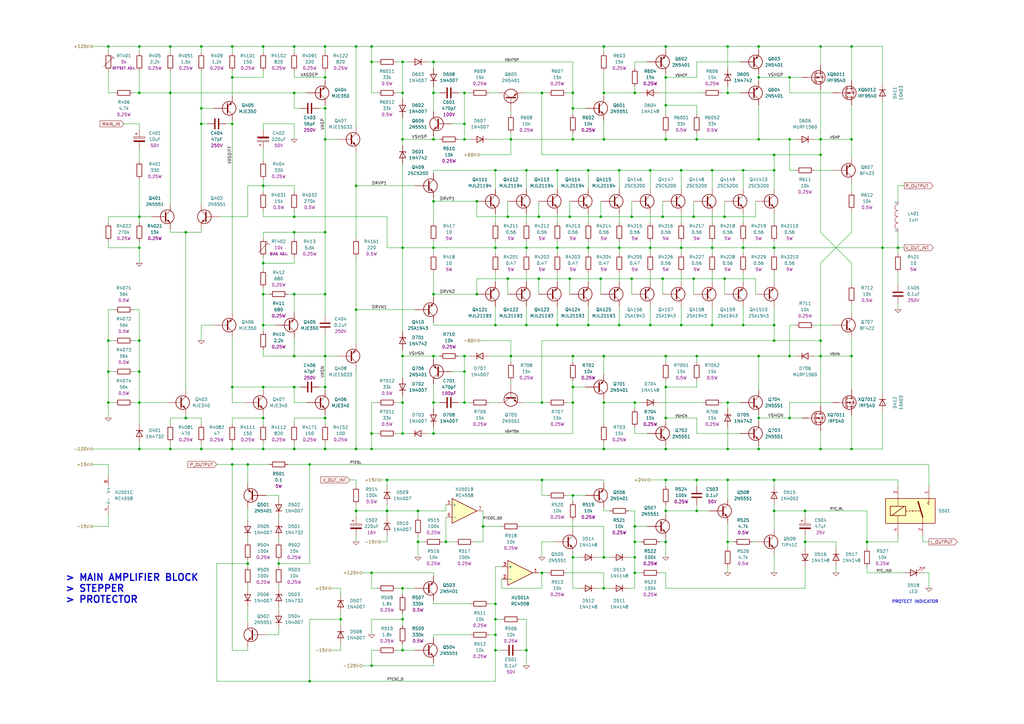
<source format=kicad_sch>
(kicad_sch (version 20211123) (generator eeschema)
  (paper "A3")
  (title_block (title "1400 WATTS RMS CLASS H\\nAUDIO POWER AMPLIFIER\\nFOR 4-OHMS LOUDSPEAKER") (date "2022-06-13") (company "MATRIX 1.4 IV T13"))
  (junction (at 241.3 69.85))
  (junction (at 177.8 120.65))
  (junction (at 158.75 196.85))
  (junction (at 57.15 101.6))
  (junction (at 317.5 69.85))
  (junction (at 127 190.5))
  (junction (at 273.05 146.05))
  (junction (at 298.45 196.85))
  (junction (at 336.55 146.05))
  (junction (at 133.35 171.45))
  (junction (at 330.2 209.55))
  (junction (at 292.1 101.6))
  (junction (at 279.4 133.35))
  (junction (at 190.5 152.4))
  (junction (at 273.05 222.25))
  (junction (at 190.5 146.05))
  (junction (at 107.95 133.35))
  (junction (at 246.38 114.3))
  (junction (at 215.9 101.6))
  (junction (at 171.45 209.55))
  (junction (at 260.35 222.25))
  (junction (at 234.95 44.45))
  (junction (at 311.15 184.15))
  (junction (at 198.12 215.9))
  (junction (at 222.25 234.95))
  (junction (at 273.05 196.85))
  (junction (at 133.35 184.15))
  (junction (at 222.25 165.1))
  (junction (at 234.95 203.2))
  (junction (at 349.25 146.05))
  (junction (at 208.28 114.3))
  (junction (at 273.05 184.15))
  (junction (at 234.95 228.6))
  (junction (at 273.05 31.75))
  (junction (at 260.35 228.6))
  (junction (at 203.2 260.35))
  (junction (at 215.9 266.7))
  (junction (at 336.55 63.5))
  (junction (at 146.05 127))
  (junction (at 266.7 101.6))
  (junction (at 323.85 171.45))
  (junction (at 101.6 231.14))
  (junction (at 203.2 69.85))
  (junction (at 285.75 196.85))
  (junction (at 152.4 273.05))
  (junction (at 241.3 133.35))
  (junction (at 76.2 95.25))
  (junction (at 182.88 222.25))
  (junction (at 220.98 88.9))
  (junction (at 120.65 146.05))
  (junction (at 311.15 31.75))
  (junction (at 44.45 152.4))
  (junction (at 247.65 184.15))
  (junction (at 323.85 31.75))
  (junction (at 273.05 57.15))
  (junction (at 247.65 19.05))
  (junction (at 57.15 165.1))
  (junction (at 177.8 165.1))
  (junction (at 297.18 88.9))
  (junction (at 195.58 120.65))
  (junction (at 152.4 184.15))
  (junction (at 298.45 184.15))
  (junction (at 133.35 19.05))
  (junction (at 69.85 38.1))
  (junction (at 44.45 139.7))
  (junction (at 271.78 114.3))
  (junction (at 133.35 120.65))
  (junction (at 146.05 19.05))
  (junction (at 311.15 57.15))
  (junction (at 107.95 120.65))
  (junction (at 349.25 184.15))
  (junction (at 349.25 19.05))
  (junction (at 298.45 222.25))
  (junction (at 177.8 101.6))
  (junction (at 107.95 184.15))
  (junction (at 349.25 57.15))
  (junction (at 304.8 69.85))
  (junction (at 266.7 133.35))
  (junction (at 95.25 158.75))
  (junction (at 95.25 190.5))
  (junction (at 233.68 114.3))
  (junction (at 146.05 209.55))
  (junction (at 317.5 101.6))
  (junction (at 279.4 101.6))
  (junction (at 57.15 152.4))
  (junction (at 57.15 139.7))
  (junction (at 234.95 57.15))
  (junction (at 152.4 234.95))
  (junction (at 311.15 171.45))
  (junction (at 95.25 184.15))
  (junction (at 215.9 69.85))
  (junction (at 284.48 88.9))
  (junction (at 330.2 222.25))
  (junction (at 44.45 19.05))
  (junction (at 171.45 222.25))
  (junction (at 311.15 19.05))
  (junction (at 107.95 171.45))
  (junction (at 260.35 234.95))
  (junction (at 133.35 146.05))
  (junction (at 107.95 76.2))
  (junction (at 165.1 177.8))
  (junction (at 133.35 31.75))
  (junction (at 361.95 101.6))
  (junction (at 165.1 57.15))
  (junction (at 107.95 158.75))
  (junction (at 336.55 184.15))
  (junction (at 254 101.6))
  (junction (at 209.55 146.05))
  (junction (at 133.35 44.45))
  (junction (at 247.65 165.1))
  (junction (at 57.15 88.9))
  (junction (at 120.65 88.9))
  (junction (at 254 133.35))
  (junction (at 297.18 114.3))
  (junction (at 222.25 38.1))
  (junction (at 233.68 88.9))
  (junction (at 101.6 190.5))
  (junction (at 152.4 177.8))
  (junction (at 228.6 69.85))
  (junction (at 247.65 38.1))
  (junction (at 285.75 146.05))
  (junction (at 228.6 133.35))
  (junction (at 273.05 19.05))
  (junction (at 165.1 241.3))
  (junction (at 259.08 88.9))
  (junction (at 273.05 158.75))
  (junction (at 114.3 231.14))
  (junction (at 355.6 222.25))
  (junction (at 247.65 241.3))
  (junction (at 120.65 38.1))
  (junction (at 241.3 101.6))
  (junction (at 133.35 158.75))
  (junction (at 259.08 114.3))
  (junction (at 165.1 146.05))
  (junction (at 177.8 38.1))
  (junction (at 234.95 146.05))
  (junction (at 304.8 101.6))
  (junction (at 271.78 88.9))
  (junction (at 120.65 19.05))
  (junction (at 317.5 133.35))
  (junction (at 260.35 38.1))
  (junction (at 44.45 165.1))
  (junction (at 279.4 69.85))
  (junction (at 190.5 50.8))
  (junction (at 317.5 139.7))
  (junction (at 177.8 25.4))
  (junction (at 190.5 57.15))
  (junction (at 222.25 196.85))
  (junction (at 195.58 82.55))
  (junction (at 82.55 19.05))
  (junction (at 165.1 101.6))
  (junction (at 336.55 139.7))
  (junction (at 95.25 50.8))
  (junction (at 82.55 184.15))
  (junction (at 298.45 165.1))
  (junction (at 120.65 120.65))
  (junction (at 133.35 57.15))
  (junction (at 247.65 146.05))
  (junction (at 152.4 25.4))
  (junction (at 317.5 63.5))
  (junction (at 177.8 82.55))
  (junction (at 120.65 184.15))
  (junction (at 177.8 177.8))
  (junction (at 298.45 19.05))
  (junction (at 203.2 254))
  (junction (at 215.9 133.35))
  (junction (at 323.85 146.05))
  (junction (at 146.05 76.2))
  (junction (at 317.5 196.85))
  (junction (at 298.45 38.1))
  (junction (at 120.65 158.75))
  (junction (at 260.35 165.1))
  (junction (at 165.1 165.1))
  (junction (at 292.1 133.35))
  (junction (at 165.1 38.1))
  (junction (at 246.38 88.9))
  (junction (at 190.5 165.1))
  (junction (at 311.15 146.05))
  (junction (at 208.28 88.9))
  (junction (at 209.55 57.15))
  (junction (at 234.95 165.1))
  (junction (at 190.5 38.1))
  (junction (at 317.5 209.55))
  (junction (at 120.65 95.25))
  (junction (at 234.95 158.75))
  (junction (at 69.85 19.05))
  (junction (at 260.35 215.9))
  (junction (at 220.98 114.3))
  (junction (at 284.48 114.3))
  (junction (at 203.2 133.35))
  (junction (at 254 69.85))
  (junction (at 95.25 19.05))
  (junction (at 165.1 254))
  (junction (at 285.75 57.15))
  (junction (at 82.55 50.8))
  (junction (at 273.05 43.18))
  (junction (at 76.2 171.45))
  (junction (at 336.55 19.05))
  (junction (at 146.05 184.15))
  (junction (at 158.75 209.55))
  (junction (at 57.15 184.15))
  (junction (at 82.55 44.45))
  (junction (at 177.8 146.05))
  (junction (at 139.7 254))
  (junction (at 95.25 31.75))
  (junction (at 368.3 101.6))
  (junction (at 57.15 19.05))
  (junction (at 69.85 184.15))
  (junction (at 228.6 101.6))
  (junction (at 152.4 19.05))
  (junction (at 107.95 107.95))
  (junction (at 285.75 209.55))
  (junction (at 247.65 228.6))
  (junction (at 273.05 171.45))
  (junction (at 165.1 25.4))
  (junction (at 273.05 209.55))
  (junction (at 165.1 266.7))
  (junction (at 107.95 19.05))
  (junction (at 336.55 57.15))
  (junction (at 247.65 57.15))
  (junction (at 304.8 133.35))
  (junction (at 234.95 38.1))
  (junction (at 323.85 57.15))
  (junction (at 133.35 95.25))
  (junction (at 292.1 69.85))
  (junction (at 266.7 69.85))
  (junction (at 127 279.4))
  (junction (at 177.8 57.15))
  (junction (at 57.15 38.1))
  (junction (at 203.2 266.7))
  (junction (at 203.2 101.6))
  (junction (at 203.2 247.65))
  (wire (pts (xy 273.05 146.05) (xy 285.75 146.05)))
  (wire (pts (xy 233.68 88.9) (xy 246.38 88.9)))
  (wire (pts (xy 107.95 181.61) (xy 107.95 184.15)))
  (wire (pts (xy 247.65 208.28) (xy 247.65 209.55)))
  (wire (pts (xy 234.95 54.61) (xy 234.95 57.15)))
  (wire (pts (xy 101.6 190.5) (xy 110.49 190.5)))
  (wire (pts (xy 133.35 31.75) (xy 133.35 33.02)))
  (wire (pts (xy 158.75 196.85) (xy 222.25 196.85)))
  (wire (pts (xy 209.55 45.72) (xy 209.55 46.99)))
  (wire (pts (xy 95.25 49.53) (xy 95.25 50.8)))
  (wire (pts (xy 133.35 146.05) (xy 133.35 158.75)))
  (wire (pts (xy 259.08 114.3) (xy 259.08 120.65)))
  (wire (pts (xy 209.55 146.05) (xy 209.55 148.59)))
  (wire (pts (xy 107.95 143.51) (xy 107.95 146.05)))
  (wire (pts (xy 260.35 209.55) (xy 260.35 215.9)))
  (wire (pts (xy 298.45 196.85) (xy 317.5 196.85)))
  (wire (pts (xy 120.65 86.36) (xy 120.65 88.9)))
  (wire (pts (xy 162.56 38.1) (xy 165.1 38.1)))
  (wire (pts (xy 266.7 99.06) (xy 266.7 101.6)))
  (wire (pts (xy 146.05 76.2) (xy 170.18 76.2)))
  (wire (pts (xy 334.01 133.35) (xy 341.63 133.35)))
  (wire (pts (xy 152.4 19.05) (xy 247.65 19.05)))
  (wire (pts (xy 107.95 105.41) (xy 107.95 107.95)))
  (wire (pts (xy 271.78 88.9) (xy 271.78 82.55)))
  (wire (pts (xy 234.95 227.33) (xy 234.95 228.6)))
  (wire (pts (xy 177.8 132.08) (xy 177.8 133.35)))
  (wire (pts (xy 317.5 209.55) (xy 317.5 217.17)))
  (wire (pts (xy 54.61 127) (xy 57.15 127)))
  (wire (pts (xy 266.7 101.6) (xy 266.7 104.14)))
  (wire (pts (xy 317.5 196.85) (xy 368.3 196.85)))
  (wire (pts (xy 279.4 99.06) (xy 279.4 101.6)))
  (wire (pts (xy 120.65 184.15) (xy 133.35 184.15)))
  (wire (pts (xy 241.3 99.06) (xy 241.3 101.6)))
  (wire (pts (xy 309.88 114.3) (xy 309.88 120.65)))
  (wire (pts (xy 247.65 165.1) (xy 260.35 165.1)))
  (wire (pts (xy 190.5 146.05) (xy 190.5 152.4)))
  (wire (pts (xy 177.8 175.26) (xy 177.8 177.8)))
  (wire (pts (xy 260.35 215.9) (xy 260.35 222.25)))
  (wire (pts (xy 317.5 69.85) (xy 317.5 77.47)))
  (wire (pts (xy 330.2 209.55) (xy 317.5 209.55)))
  (wire (pts (xy 361.95 101.6) (xy 368.3 101.6)))
  (wire (pts (xy 95.25 181.61) (xy 95.25 184.15)))
  (wire (pts (xy 162.56 266.7) (xy 165.1 266.7)))
  (wire (pts (xy 247.65 29.21) (xy 247.65 38.1)))
  (wire (pts (xy 158.75 222.25) (xy 156.21 222.25)))
  (wire (pts (xy 247.65 153.67) (xy 247.65 146.05)))
  (wire (pts (xy 125.73 38.1) (xy 120.65 38.1)))
  (wire (pts (xy 228.6 99.06) (xy 228.6 101.6)))
  (wire (pts (xy 260.35 25.4) (xy 260.35 27.94)))
  (wire (pts (xy 285.75 196.85) (xy 298.45 196.85)))
  (wire (pts (xy 247.65 181.61) (xy 247.65 184.15)))
  (wire (pts (xy 334.01 146.05) (xy 336.55 146.05)))
  (wire (pts (xy 200.66 57.15) (xy 209.55 57.15)))
  (wire (pts (xy 62.23 88.9) (xy 57.15 88.9)))
  (wire (pts (xy 190.5 146.05) (xy 193.04 146.05)))
  (wire (pts (xy 82.55 29.21) (xy 82.55 44.45)))
  (wire (pts (xy 135.89 266.7) (xy 139.7 266.7)))
  (wire (pts (xy 203.2 260.35) (xy 203.2 266.7)))
  (wire (pts (xy 57.15 101.6) (xy 57.15 107.95)))
  (wire (pts (xy 165.1 101.6) (xy 177.8 101.6)))
  (wire (pts (xy 101.6 240.03) (xy 101.6 241.3)))
  (wire (pts (xy 175.26 177.8) (xy 177.8 177.8)))
  (wire (pts (xy 232.41 203.2) (xy 234.95 203.2)))
  (wire (pts (xy 368.3 101.6) (xy 368.3 104.14)))
  (wire (pts (xy 95.25 184.15) (xy 107.95 184.15)))
  (wire (pts (xy 273.05 156.21) (xy 273.05 158.75)))
  (wire (pts (xy 76.2 170.18) (xy 76.2 171.45)))
  (wire (pts (xy 107.95 76.2) (xy 120.65 76.2)))
  (wire (pts (xy 336.55 146.05) (xy 349.25 146.05)))
  (wire (pts (xy 298.45 222.25) (xy 298.45 224.79)))
  (wire (pts (xy 298.45 222.25) (xy 300.99 222.25)))
  (wire (pts (xy 298.45 19.05) (xy 298.45 27.94)))
  (wire (pts (xy 177.8 165.1) (xy 180.34 165.1)))
  (wire (pts (xy 355.6 222.25) (xy 355.6 224.79)))
  (wire (pts (xy 196.85 139.7) (xy 209.55 139.7)))
  (wire (pts (xy 209.55 63.5) (xy 209.55 57.15)))
  (wire (pts (xy 162.56 25.4) (xy 165.1 25.4)))
  (wire (pts (xy 57.15 173.99) (xy 57.15 165.1)))
  (wire (pts (xy 349.25 57.15) (xy 349.25 64.77)))
  (wire (pts (xy 54.61 165.1) (xy 57.15 165.1)))
  (wire (pts (xy 246.38 88.9) (xy 259.08 88.9)))
  (wire (pts (xy 304.8 69.85) (xy 317.5 69.85)))
  (wire (pts (xy 241.3 133.35) (xy 254 133.35)))
  (wire (pts (xy 107.95 118.11) (xy 107.95 120.65)))
  (wire (pts (xy 165.1 143.51) (xy 165.1 146.05)))
  (wire (pts (xy 177.8 177.8) (xy 234.95 177.8)))
  (wire (pts (xy 154.94 165.1) (xy 152.4 165.1)))
  (wire (pts (xy 246.38 88.9) (xy 246.38 82.55)))
  (wire (pts (xy 279.4 101.6) (xy 266.7 101.6)))
  (wire (pts (xy 177.8 260.35) (xy 177.8 261.62)))
  (wire (pts (xy 279.4 101.6) (xy 279.4 104.14)))
  (wire (pts (xy 82.55 184.15) (xy 95.25 184.15)))
  (wire (pts (xy 304.8 87.63) (xy 304.8 91.44)))
  (wire (pts (xy 228.6 101.6) (xy 215.9 101.6)))
  (wire (pts (xy 317.5 99.06) (xy 317.5 101.6)))
  (wire (pts (xy 57.15 139.7) (xy 57.15 152.4)))
  (wire (pts (xy 311.15 171.45) (xy 311.15 172.72)))
  (wire (pts (xy 234.95 228.6) (xy 234.95 241.3)))
  (wire (pts (xy 165.1 146.05) (xy 177.8 146.05)))
  (wire (pts (xy 273.05 234.95) (xy 273.05 241.3)))
  (wire (pts (xy 152.4 184.15) (xy 247.65 184.15)))
  (wire (pts (xy 165.1 57.15) (xy 177.8 57.15)))
  (wire (pts (xy 152.4 266.7) (xy 154.94 266.7)))
  (wire (pts (xy 292.1 133.35) (xy 279.4 133.35)))
  (wire (pts (xy 44.45 99.06) (xy 44.45 101.6)))
  (wire (pts (xy 120.65 171.45) (xy 133.35 171.45)))
  (wire (pts (xy 82.55 44.45) (xy 87.63 44.45)))
  (wire (pts (xy 44.45 139.7) (xy 44.45 127)))
  (wire (pts (xy 107.95 171.45) (xy 107.95 173.99)))
  (wire (pts (xy 341.63 165.1) (xy 323.85 165.1)))
  (wire (pts (xy 203.2 247.65) (xy 203.2 254)))
  (wire (pts (xy 101.6 220.98) (xy 101.6 222.25)))
  (wire (pts (xy 95.25 171.45) (xy 95.25 173.99)))
  (wire (pts (xy 259.08 88.9) (xy 259.08 82.55)))
  (wire (pts (xy 297.18 114.3) (xy 297.18 120.65)))
  (wire (pts (xy 165.1 254) (xy 165.1 256.54)))
  (wire (pts (xy 273.05 209.55) (xy 285.75 209.55)))
  (wire (pts (xy 130.81 44.45) (xy 133.35 44.45)))
  (wire (pts (xy 205.74 241.3) (xy 205.74 237.49)))
  (wire (pts (xy 44.45 101.6) (xy 57.15 101.6)))
  (wire (pts (xy 152.4 38.1) (xy 152.4 25.4)))
  (wire (pts (xy 82.55 133.35) (xy 82.55 139.7)))
  (wire (pts (xy 336.55 146.05) (xy 336.55 166.37)))
  (wire (pts (xy 273.05 158.75) (xy 273.05 171.45)))
  (wire (pts (xy 146.05 219.71) (xy 146.05 222.25)))
  (wire (pts (xy 177.8 38.1) (xy 180.34 38.1)))
  (wire (pts (xy 260.35 175.26) (xy 260.35 177.8)))
  (wire (pts (xy 234.95 38.1) (xy 234.95 44.45)))
  (wire (pts (xy 101.6 208.28) (xy 101.6 213.36)))
  (wire (pts (xy 120.65 50.8) (xy 107.95 50.8)))
  (wire (pts (xy 107.95 146.05) (xy 120.65 146.05)))
  (wire (pts (xy 203.2 111.76) (xy 203.2 115.57)))
  (wire (pts (xy 260.35 38.1) (xy 247.65 38.1)))
  (wire (pts (xy 273.05 30.48) (xy 273.05 31.75)))
  (wire (pts (xy 273.05 171.45) (xy 285.75 171.45)))
  (wire (pts (xy 44.45 165.1) (xy 46.99 165.1)))
  (wire (pts (xy 107.95 133.35) (xy 113.03 133.35)))
  (wire (pts (xy 152.4 25.4) (xy 154.94 25.4)))
  (wire (pts (xy 222.25 241.3) (xy 222.25 234.95)))
  (wire (pts (xy 107.95 107.95) (xy 120.65 107.95)))
  (wire (pts (xy 69.85 29.21) (xy 69.85 38.1)))
  (wire (pts (xy 349.25 19.05) (xy 361.95 19.05)))
  (wire (pts (xy 317.5 133.35) (xy 317.5 139.7)))
  (wire (pts (xy 82.55 181.61) (xy 82.55 184.15)))
  (wire (pts (xy 57.15 73.66) (xy 57.15 88.9)))
  (wire (pts (xy 304.8 101.6) (xy 317.5 101.6)))
  (wire (pts (xy 279.4 87.63) (xy 279.4 91.44)))
  (wire (pts (xy 311.15 57.15) (xy 323.85 57.15)))
  (wire (pts (xy 241.3 101.6) (xy 254 101.6)))
  (wire (pts (xy 171.45 222.25) (xy 173.99 222.25)))
  (wire (pts (xy 273.05 184.15) (xy 298.45 184.15)))
  (wire (pts (xy 76.2 95.25) (xy 76.2 160.02)))
  (wire (pts (xy 195.58 88.9) (xy 195.58 82.55)))
  (wire (pts (xy 209.55 139.7) (xy 209.55 146.05)))
  (wire (pts (xy 266.7 125.73) (xy 266.7 133.35)))
  (wire (pts (xy 232.41 234.95) (xy 247.65 234.95)))
  (wire (pts (xy 304.8 99.06) (xy 304.8 101.6)))
  (wire (pts (xy 57.15 19.05) (xy 57.15 21.59)))
  (wire (pts (xy 177.8 25.4) (xy 177.8 27.94)))
  (wire (pts (xy 101.6 190.5) (xy 101.6 198.12)))
  (wire (pts (xy 133.35 19.05) (xy 146.05 19.05)))
  (wire (pts (xy 317.5 101.6) (xy 361.95 101.6)))
  (wire (pts (xy 247.65 241.3) (xy 250.19 241.3)))
  (wire (pts (xy 38.1 215.9) (xy 44.45 215.9)))
  (wire (pts (xy 361.95 184.15) (xy 361.95 168.91)))
  (wire (pts (xy 120.65 120.65) (xy 120.65 128.27)))
  (wire (pts (xy 260.35 228.6) (xy 260.35 234.95)))
  (wire (pts (xy 292.1 101.6) (xy 279.4 101.6)))
  (wire (pts (xy 95.25 19.05) (xy 107.95 19.05)))
  (wire (pts (xy 152.4 273.05) (xy 152.4 266.7)))
  (wire (pts (xy 165.1 57.15) (xy 165.1 59.69)))
  (wire (pts (xy 234.95 158.75) (xy 240.03 158.75)))
  (wire (pts (xy 381 234.95) (xy 381 241.3)))
  (wire (pts (xy 247.65 209.55) (xy 250.19 209.55)))
  (wire (pts (xy 292.1 69.85) (xy 304.8 69.85)))
  (wire (pts (xy 177.8 111.76) (xy 177.8 120.65)))
  (wire (pts (xy 133.35 57.15) (xy 138.43 57.15)))
  (wire (pts (xy 292.1 101.6) (xy 292.1 104.14)))
  (wire (pts (xy 146.05 127) (xy 146.05 140.97)))
  (wire (pts (xy 355.6 222.25) (xy 368.3 222.25)))
  (wire (pts (xy 378.46 222.25) (xy 381 222.25)))
  (wire (pts (xy 209.55 156.21) (xy 209.55 157.48)))
  (wire (pts (xy 69.85 19.05) (xy 82.55 19.05)))
  (wire (pts (xy 133.35 43.18) (xy 133.35 44.45)))
  (wire (pts (xy 165.1 177.8) (xy 167.64 177.8)))
  (wire (pts (xy 336.55 36.83) (xy 336.55 57.15)))
  (wire (pts (xy 38.1 184.15) (xy 57.15 184.15)))
  (wire (pts (xy 133.35 57.15) (xy 133.35 95.25)))
  (wire (pts (xy 120.65 158.75) (xy 123.19 158.75)))
  (wire (pts (xy 254 101.6) (xy 266.7 101.6)))
  (wire (pts (xy 336.55 19.05) (xy 336.55 26.67)))
  (wire (pts (xy 298.45 232.41) (xy 298.45 234.95)))
  (wire (pts (xy 273.05 196.85) (xy 273.05 199.39)))
  (wire (pts (xy 95.25 50.8) (xy 95.25 128.27)))
  (wire (pts (xy 165.1 254) (xy 152.4 254)))
  (wire (pts (xy 44.45 210.82) (xy 44.45 215.9)))
  (wire (pts (xy 234.95 146.05) (xy 234.95 148.59)))
  (wire (pts (xy 228.6 111.76) (xy 228.6 115.57)))
  (wire (pts (xy 285.75 43.18) (xy 285.75 46.99)))
  (wire (pts (xy 311.15 30.48) (xy 311.15 31.75)))
  (wire (pts (xy 177.8 120.65) (xy 177.8 121.92)))
  (wire (pts (xy 368.3 219.71) (xy 368.3 222.25)))
  (wire (pts (xy 95.25 29.21) (xy 95.25 31.75)))
  (wire (pts (xy 120.65 19.05) (xy 120.65 21.59)))
  (wire (pts (xy 311.15 146.05) (xy 323.85 146.05)))
  (wire (pts (xy 215.9 87.63) (xy 215.9 91.44)))
  (wire (pts (xy 213.36 215.9) (xy 247.65 215.9)))
  (wire (pts (xy 193.04 247.65) (xy 177.8 247.65)))
  (wire (pts (xy 273.05 43.18) (xy 273.05 46.99)))
  (wire (pts (xy 69.85 181.61) (xy 69.85 184.15)))
  (wire (pts (xy 222.25 38.1) (xy 224.79 38.1)))
  (wire (pts (xy 146.05 62.23) (xy 146.05 76.2)))
  (wire (pts (xy 213.36 266.7) (xy 215.9 266.7)))
  (wire (pts (xy 82.55 19.05) (xy 82.55 21.59)))
  (wire (pts (xy 120.65 50.8) (xy 120.65 57.15)))
  (wire (pts (xy 101.6 88.9) (xy 101.6 76.2)))
  (wire (pts (xy 203.2 232.41) (xy 203.2 247.65)))
  (wire (pts (xy 152.4 177.8) (xy 154.94 177.8)))
  (wire (pts (xy 44.45 190.5) (xy 44.45 195.58)))
  (wire (pts (xy 317.5 139.7) (xy 222.25 139.7)))
  (wire (pts (xy 209.55 54.61) (xy 209.55 57.15)))
  (wire (pts (xy 311.15 31.75) (xy 323.85 31.75)))
  (wire (pts (xy 273.05 222.25) (xy 273.05 228.6)))
  (wire (pts (xy 203.2 87.63) (xy 203.2 91.44)))
  (wire (pts (xy 298.45 175.26) (xy 298.45 184.15)))
  (wire (pts (xy 88.9 279.4) (xy 127 279.4)))
  (wire (pts (xy 342.9 232.41) (xy 342.9 234.95)))
  (wire (pts (xy 120.65 146.05) (xy 133.35 146.05)))
  (wire (pts (xy 209.55 146.05) (xy 234.95 146.05)))
  (wire (pts (xy 135.89 241.3) (xy 139.7 241.3)))
  (wire (pts (xy 203.2 69.85) (xy 215.9 69.85)))
  (wire (pts (xy 260.35 35.56) (xy 260.35 38.1)))
  (wire (pts (xy 292.1 101.6) (xy 304.8 101.6)))
  (wire (pts (xy 311.15 170.18) (xy 311.15 171.45)))
  (wire (pts (xy 273.05 241.3) (xy 330.2 241.3)))
  (wire (pts (xy 120.65 44.45) (xy 120.65 38.1)))
  (wire (pts (xy 177.8 82.55) (xy 195.58 82.55)))
  (wire (pts (xy 177.8 120.65) (xy 195.58 120.65)))
  (wire (pts (xy 304.8 133.35) (xy 317.5 133.35)))
  (wire (pts (xy 127 190.5) (xy 381 190.5)))
  (wire (pts (xy 107.95 19.05) (xy 107.95 21.59)))
  (wire (pts (xy 279.4 69.85) (xy 266.7 69.85)))
  (wire (pts (xy 245.11 228.6) (xy 247.65 228.6)))
  (wire (pts (xy 133.35 19.05) (xy 133.35 21.59)))
  (wire (pts (xy 273.05 182.88) (xy 273.05 184.15)))
  (wire (pts (xy 120.65 44.45) (xy 123.19 44.45)))
  (wire (pts (xy 133.35 146.05) (xy 138.43 146.05)))
  (wire (pts (xy 304.8 111.76) (xy 304.8 115.57)))
  (wire (pts (xy 304.8 101.6) (xy 304.8 104.14)))
  (wire (pts (xy 336.55 176.53) (xy 336.55 184.15)))
  (wire (pts (xy 254 69.85) (xy 254 77.47)))
  (wire (pts (xy 107.95 158.75) (xy 107.95 160.02)))
  (wire (pts (xy 349.25 170.18) (xy 349.25 184.15)))
  (wire (pts (xy 95.25 19.05) (xy 95.25 21.59)))
  (wire (pts (xy 266.7 87.63) (xy 266.7 91.44)))
  (wire (pts (xy 152.4 234.95) (xy 152.4 241.3)))
  (wire (pts (xy 222.25 241.3) (xy 205.74 241.3)))
  (wire (pts (xy 323.85 38.1) (xy 323.85 31.75)))
  (wire (pts (xy 177.8 236.22) (xy 177.8 234.95)))
  (wire (pts (xy 279.4 125.73) (xy 279.4 133.35)))
  (wire (pts (xy 198.12 222.25) (xy 198.12 215.9)))
  (wire (pts (xy 285.75 57.15) (xy 311.15 57.15)))
  (wire (pts (xy 203.2 254) (xy 203.2 260.35)))
  (wire (pts (xy 120.65 171.45) (xy 120.65 173.99)))
  (wire (pts (xy 44.45 29.21) (xy 44.45 38.1)))
  (wire (pts (xy 220.98 88.9) (xy 220.98 82.55)))
  (wire (pts (xy 158.75 196.85) (xy 158.75 199.39)))
  (wire (pts (xy 194.31 222.25) (xy 198.12 222.25)))
  (wire (pts (xy 285.75 25.4) (xy 303.53 25.4)))
  (wire (pts (xy 187.96 38.1) (xy 190.5 38.1)))
  (wire (pts (xy 271.78 114.3) (xy 284.48 114.3)))
  (wire (pts (xy 118.11 120.65) (xy 120.65 120.65)))
  (wire (pts (xy 311.15 19.05) (xy 311.15 20.32)))
  (wire (pts (xy 133.35 120.65) (xy 133.35 129.54)))
  (wire (pts (xy 44.45 139.7) (xy 46.99 139.7)))
  (wire (pts (xy 222.25 234.95) (xy 224.79 234.95)))
  (wire (pts (xy 69.85 95.25) (xy 76.2 95.25)))
  (wire (pts (xy 208.28 114.3) (xy 220.98 114.3)))
  (wire (pts (xy 368.3 76.2) (xy 368.3 82.55)))
  (wire (pts (xy 361.95 41.91) (xy 361.95 101.6)))
  (wire (pts (xy 195.58 88.9) (xy 208.28 88.9)))
  (wire (pts (xy 177.8 69.85) (xy 177.8 71.12)))
  (wire (pts (xy 54.61 139.7) (xy 57.15 139.7)))
  (wire (pts (xy 133.35 146.05) (xy 133.35 137.16)))
  (wire (pts (xy 146.05 76.2) (xy 146.05 97.79)))
  (wire (pts (xy 177.8 81.28) (xy 177.8 82.55)))
  (wire (pts (xy 76.2 95.25) (xy 82.55 95.25)))
  (wire (pts (xy 69.85 184.15) (xy 82.55 184.15)))
  (wire (pts (xy 162.56 241.3) (xy 165.1 241.3)))
  (wire (pts (xy 220.98 88.9) (xy 233.68 88.9)))
  (wire (pts (xy 120.65 95.25) (xy 120.65 97.79)))
  (wire (pts (xy 152.4 25.4) (xy 152.4 19.05)))
  (wire (pts (xy 260.35 165.1) (xy 260.35 167.64)))
  (wire (pts (xy 133.35 95.25) (xy 133.35 120.65)))
  (wire (pts (xy 187.96 165.1) (xy 190.5 165.1)))
  (wire (pts (xy 120.65 120.65) (xy 133.35 120.65)))
  (wire (pts (xy 120.65 181.61) (xy 120.65 184.15)))
  (wire (pts (xy 292.1 111.76) (xy 292.1 115.57)))
  (wire (pts (xy 165.1 251.46) (xy 165.1 254)))
  (wire (pts (xy 203.2 101.6) (xy 203.2 104.14)))
  (wire (pts (xy 304.8 125.73) (xy 304.8 133.35)))
  (wire (pts (xy 114.3 220.98) (xy 114.3 222.25)))
  (wire (pts (xy 247.65 146.05) (xy 273.05 146.05)))
  (wire (pts (xy 148.59 234.95) (xy 152.4 234.95)))
  (wire (pts (xy 271.78 114.3) (xy 271.78 120.65)))
  (wire (pts (xy 185.42 50.8) (xy 190.5 50.8)))
  (wire (pts (xy 247.65 184.15) (xy 273.05 184.15)))
  (wire (pts (xy 247.65 241.3) (xy 247.65 234.95)))
  (wire (pts (xy 368.3 95.25) (xy 368.3 101.6)))
  (wire (pts (xy 298.45 165.1) (xy 303.53 165.1)))
  (wire (pts (xy 187.96 57.15) (xy 190.5 57.15)))
  (wire (pts (xy 232.41 38.1) (xy 234.95 38.1)))
  (wire (pts (xy 120.65 29.21) (xy 120.65 31.75)))
  (wire (pts (xy 171.45 209.55) (xy 182.88 209.55)))
  (wire (pts (xy 200.66 165.1) (xy 204.47 165.1)))
  (wire (pts (xy 378.46 222.25) (xy 378.46 219.71)))
  (wire (pts (xy 69.85 38.1) (xy 69.85 83.82)))
  (wire (pts (xy 177.8 157.48) (xy 177.8 165.1)))
  (wire (pts (xy 273.05 19.05) (xy 273.05 20.32)))
  (wire (pts (xy 162.56 177.8) (xy 165.1 177.8)))
  (wire (pts (xy 107.95 19.05) (xy 120.65 19.05)))
  (wire (pts (xy 368.3 196.85) (xy 368.3 199.39)))
  (wire (pts (xy 285.75 25.4) (xy 285.75 31.75)))
  (wire (pts (xy 284.48 88.9) (xy 297.18 88.9)))
  (wire (pts (xy 57.15 19.05) (xy 69.85 19.05)))
  (wire (pts (xy 317.5 196.85) (xy 317.5 199.39)))
  (wire (pts (xy 245.11 241.3) (xy 247.65 241.3)))
  (wire (pts (xy 152.4 165.1) (xy 152.4 177.8)))
  (wire (pts (xy 233.68 114.3) (xy 246.38 114.3)))
  (wire (pts (xy 208.28 88.9) (xy 220.98 88.9)))
  (wire (pts (xy 330.2 222.25) (xy 330.2 224.79)))
  (wire (pts (xy 133.35 184.15) (xy 146.05 184.15)))
  (wire (pts (xy 177.8 82.55) (xy 177.8 91.44)))
  (wire (pts (xy 200.66 38.1) (xy 204.47 38.1)))
  (wire (pts (xy 311.15 171.45) (xy 323.85 171.45)))
  (wire (pts (xy 273.05 146.05) (xy 273.05 148.59)))
  (wire (pts (xy 336.55 184.15) (xy 349.25 184.15)))
  (wire (pts (xy 311.15 31.75) (xy 311.15 33.02)))
  (wire (pts (xy 247.65 57.15) (xy 273.05 57.15)))
  (wire (pts (xy 246.38 114.3) (xy 246.38 120.65)))
  (wire (pts (xy 241.3 101.6) (xy 241.3 104.14)))
  (wire (pts (xy 146.05 151.13) (xy 146.05 184.15)))
  (wire (pts (xy 175.26 25.4) (xy 177.8 25.4)))
  (wire (pts (xy 107.95 120.65) (xy 107.95 133.35)))
  (wire (pts (xy 260.35 234.95) (xy 262.89 234.95)))
  (wire (pts (xy 190.5 165.1) (xy 193.04 165.1)))
  (wire (pts (xy 336.55 63.5) (xy 336.55 57.15)))
  (wire (pts (xy 247.65 215.9) (xy 247.65 228.6)))
  (wire (pts (xy 317.5 227.33) (xy 317.5 234.95)))
  (wire (pts (xy 165.1 162.56) (xy 165.1 165.1)))
  (wire (pts (xy 234.95 241.3) (xy 237.49 241.3)))
  (wire (pts (xy 349.25 43.18) (xy 349.25 57.15)))
  (wire (pts (xy 254 87.63) (xy 254 91.44)))
  (wire (pts (xy 162.56 165.1) (xy 165.1 165.1)))
  (wire (pts (xy 349.25 116.84) (xy 349.25 107.95)))
  (wire (pts (xy 234.95 146.05) (xy 247.65 146.05)))
  (wire (pts (xy 54.61 152.4) (xy 57.15 152.4)))
  (wire (pts (xy 228.6 87.63) (xy 228.6 91.44)))
  (wire (pts (xy 114.3 204.47) (xy 114.3 203.2)))
  (wire (pts (xy 247.65 163.83) (xy 247.65 165.1)))
  (wire (pts (xy 292.1 133.35) (xy 304.8 133.35)))
  (wire (pts (xy 44.45 88.9) (xy 44.45 91.44)))
  (wire (pts (xy 203.2 125.73) (xy 203.2 133.35)))
  (wire (pts (xy 262.89 165.1) (xy 260.35 165.1)))
  (wire (pts (xy 101.6 231.14) (xy 101.6 232.41)))
  (wire (pts (xy 285.75 156.21) (xy 285.75 158.75)))
  (wire (pts (xy 120.65 19.05) (xy 133.35 19.05)))
  (wire (pts (xy 203.2 133.35) (xy 215.9 133.35)))
  (wire (pts (xy 171.45 228.6) (xy 171.45 222.25)))
  (wire (pts (xy 95.25 266.7) (xy 95.25 190.5)))
  (wire (pts (xy 285.75 209.55) (xy 290.83 209.55)))
  (wire (pts (xy 44.45 127) (xy 46.99 127)))
  (wire (pts (xy 177.8 101.6) (xy 203.2 101.6)))
  (wire (pts (xy 234.95 213.36) (xy 234.95 217.17)))
  (wire (pts (xy 326.39 133.35) (xy 323.85 133.35)))
  (wire (pts (xy 355.6 232.41) (xy 355.6 234.95)))
  (wire (pts (xy 273.05 207.01) (xy 273.05 209.55)))
  (wire (pts (xy 158.75 219.71) (xy 158.75 222.25)))
  (wire (pts (xy 100.33 165.1) (xy 95.25 165.1)))
  (wire (pts (xy 355.6 222.25) (xy 355.6 209.55)))
  (wire (pts (xy 247.65 49.53) (xy 247.65 57.15)))
  (wire (pts (xy 120.65 105.41) (xy 120.65 107.95)))
  (wire (pts (xy 95.25 171.45) (xy 107.95 171.45)))
  (wire (pts (xy 87.63 133.35) (xy 82.55 133.35)))
  (wire (pts (xy 133.35 181.61) (xy 133.35 184.15)))
  (wire (pts (xy 323.85 31.75) (xy 328.93 31.75)))
  (wire (pts (xy 336.55 57.15) (xy 349.25 57.15)))
  (wire (pts (xy 254 69.85) (xy 266.7 69.85)))
  (wire (pts (xy 220.98 114.3) (xy 220.98 120.65)))
  (wire (pts (xy 247.65 19.05) (xy 247.65 21.59)))
  (wire (pts (xy 95.25 165.1) (xy 95.25 158.75)))
  (wire (pts (xy 120.65 158.75) (xy 107.95 158.75)))
  (wire (pts (xy 133.35 29.21) (xy 133.35 31.75)))
  (wire (pts (xy 177.8 38.1) (xy 177.8 45.72)))
  (wire (pts (xy 254 99.06) (xy 254 101.6)))
  (wire (pts (xy 146.05 209.55) (xy 146.05 212.09)))
  (wire (pts (xy 200.66 146.05) (xy 209.55 146.05)))
  (wire (pts (xy 309.88 88.9) (xy 309.88 82.55)))
  (wire (pts (xy 222.25 165.1) (xy 224.79 165.1)))
  (wire (pts (xy 262.89 38.1) (xy 260.35 38.1)))
  (wire (pts (xy 297.18 88.9) (xy 297.18 82.55)))
  (wire (pts (xy 158.75 207.01) (xy 158.75 209.55)))
  (wire (pts (xy 57.15 88.9) (xy 57.15 91.44)))
  (wire (pts (xy 342.9 222.25) (xy 342.9 224.79)))
  (wire (pts (xy 107.95 60.96) (xy 107.95 66.04)))
  (wire (pts (xy 120.65 95.25) (xy 133.35 95.25)))
  (wire (pts (xy 234.95 25.4) (xy 234.95 38.1)))
  (wire (pts (xy 336.55 63.5) (xy 336.55 95.25)))
  (wire (pts (xy 247.65 165.1) (xy 247.65 173.99)))
  (wire (pts (xy 107.95 50.8) (xy 107.95 53.34)))
  (wire (pts (xy 181.61 222.25) (xy 182.88 222.25)))
  (wire (pts (xy 44.45 19.05) (xy 44.45 21.59)))
  (wire (pts (xy 152.4 254) (xy 152.4 260.35)))
  (wire (pts (xy 257.81 241.3) (xy 260.35 241.3)))
  (wire (pts (xy 241.3 69.85) (xy 241.3 77.47)))
  (wire (pts (xy 330.2 219.71) (xy 330.2 222.25)))
  (wire (pts (xy 69.85 93.98) (xy 69.85 95.25)))
  (wire (pts (xy 228.6 125.73) (xy 228.6 133.35)))
  (wire (pts (xy 349.25 124.46) (xy 349.25 128.27)))
  (wire (pts (xy 133.35 170.18) (xy 133.35 171.45)))
  (wire (pts (xy 259.08 114.3) (xy 271.78 114.3)))
  (wire (pts (xy 190.5 165.1) (xy 190.5 152.4)))
  (wire (pts (xy 341.63 38.1) (xy 323.85 38.1)))
  (wire (pts (xy 69.85 19.05) (xy 69.85 21.59)))
  (wire (pts (xy 139.7 266.7) (xy 139.7 264.16)))
  (wire (pts (xy 317.5 125.73) (xy 317.5 133.35)))
  (wire (pts (xy 285.75 196.85) (xy 285.75 199.39)))
  (wire (pts (xy 361.95 19.05) (xy 361.95 34.29)))
  (wire (pts (xy 228.6 69.85) (xy 228.6 77.47)))
  (wire (pts (xy 205.74 232.41) (xy 203.2 232.41)))
  (wire (pts (xy 57.15 99.06) (xy 57.15 101.6)))
  (wire (pts (xy 361.95 101.6) (xy 361.95 161.29)))
  (wire (pts (xy 298.45 184.15) (xy 311.15 184.15)))
  (wire (pts (xy 109.22 260.35) (xy 114.3 260.35)))
  (wire (pts (xy 158.75 101.6) (xy 165.1 101.6)))
  (wire (pts (xy 214.63 165.1) (xy 222.25 165.1)))
  (wire (pts (xy 146.05 184.15) (xy 152.4 184.15)))
  (wire (pts (xy 334.01 69.85) (xy 341.63 69.85)))
  (wire (pts (xy 241.3 101.6) (xy 228.6 101.6)))
  (wire (pts (xy 125.73 165.1) (xy 120.65 165.1)))
  (wire (pts (xy 127 254) (xy 127 279.4)))
  (wire (pts (xy 107.95 184.15) (xy 120.65 184.15)))
  (wire (pts (xy 171.45 209.55) (xy 171.45 212.09)))
  (wire (pts (xy 44.45 152.4) (xy 46.99 152.4)))
  (wire (pts (xy 177.8 271.78) (xy 177.8 273.05)))
  (wire (pts (xy 295.91 165.1) (xy 298.45 165.1)))
  (wire (pts (xy 200.66 247.65) (xy 203.2 247.65)))
  (wire (pts (xy 349.25 86.36) (xy 349.25 95.25)))
  (wire (pts (xy 154.94 38.1) (xy 152.4 38.1)))
  (wire (pts (xy 57.15 181.61) (xy 57.15 184.15)))
  (wire (pts (xy 146.05 105.41) (xy 146.05 127)))
  (wire (pts (xy 336.55 107.95) (xy 336.55 139.7)))
  (wire (pts (xy 90.17 88.9) (xy 101.6 88.9)))
  (wire (pts (xy 257.81 209.55) (xy 260.35 209.55)))
  (wire (pts (xy 177.8 247.65) (xy 177.8 246.38)))
  (wire (pts (xy 101.6 231.14) (xy 88.9 231.14)))
  (wire (pts (xy 101.6 76.2) (xy 107.95 76.2)))
  (wire (pts (xy 165.1 67.31) (xy 165.1 101.6)))
  (wire (pts (xy 114.3 231.14) (xy 114.3 232.41)))
  (wire (pts (xy 88.9 231.14) (xy 88.9 279.4)))
  (wire (pts (xy 260.35 222.25) (xy 260.35 228.6)))
  (wire (pts (xy 273.05 220.98) (xy 273.05 222.25)))
  (wire (pts (xy 247.65 19.05) (xy 273.05 19.05)))
  (wire (pts (xy 241.3 87.63) (xy 241.3 91.44)))
  (wire (pts (xy 146.05 207.01) (xy 146.05 209.55)))
  (wire (pts (xy 292.1 125.73) (xy 292.1 133.35)))
  (wire (pts (xy 195.58 114.3) (xy 208.28 114.3)))
  (wire (pts (xy 114.3 248.92) (xy 114.3 250.19)))
  (wire (pts (xy 203.2 69.85) (xy 203.2 77.47)))
  (wire (pts (xy 260.35 222.25) (xy 262.89 222.25)))
  (wire (pts (xy 292.1 99.06) (xy 292.1 101.6)))
  (wire (pts (xy 127 231.14) (xy 127 190.5)))
  (wire (pts (xy 107.95 76.2) (xy 107.95 78.74)))
  (wire (pts (xy 254 101.6) (xy 254 104.14)))
  (wire (pts (xy 349.25 184.15) (xy 361.95 184.15)))
  (wire (pts (xy 177.8 55.88) (xy 177.8 57.15)))
  (wire (pts (xy 182.88 209.55) (xy 182.88 207.01)))
  (wire (pts (xy 177.8 146.05) (xy 180.34 146.05)))
  (wire (pts (xy 323.85 57.15) (xy 326.39 57.15)))
  (wire (pts (xy 44.45 165.1) (xy 44.45 152.4)))
  (wire (pts (xy 120.65 76.2) (xy 120.65 78.74)))
  (wire (pts (xy 323.85 146.05) (xy 326.39 146.05)))
  (wire (pts (xy 273.05 43.18) (xy 285.75 43.18)))
  (wire (pts (xy 82.55 50.8) (xy 82.55 83.82)))
  (wire (pts (xy 349.25 33.02) (xy 349.25 19.05)))
  (wire (pts (xy 273.05 31.75) (xy 273.05 43.18)))
  (wire (pts (xy 234.95 158.75) (xy 234.95 165.1)))
  (wire (pts (xy 82.55 19.05) (xy 95.25 19.05)))
  (wire (pts (xy 273.05 31.75) (xy 285.75 31.75)))
  (wire (pts (xy 254 111.76) (xy 254 115.57)))
  (wire (pts (xy 241.3 69.85) (xy 228.6 69.85)))
  (wire (pts (xy 279.4 69.85) (xy 279.4 77.47)))
  (wire (pts (xy 107.95 158.75) (xy 95.25 158.75)))
  (wire (pts (xy 222.25 222.25) (xy 222.25 228.6)))
  (wire (pts (xy 203.2 254) (xy 205.74 254)))
  (wire (pts (xy 215.9 125.73) (xy 215.9 133.35)))
  (wire (pts (xy 232.41 165.1) (xy 234.95 165.1)))
  (wire (pts (xy 285.75 146.05) (xy 311.15 146.05)))
  (wire (pts (xy 76.2 171.45) (xy 82.55 171.45)))
  (wire (pts (xy 146.05 196.85) (xy 146.05 199.39)))
  (wire (pts (xy 139.7 254) (xy 139.7 256.54)))
  (wire (pts (xy 177.8 101.6) (xy 177.8 104.14)))
  (wire (pts (xy 228.6 133.35) (xy 215.9 133.35)))
  (wire (pts (xy 279.4 111.76) (xy 279.4 115.57)))
  (wire (pts (xy 323.85 171.45) (xy 328.93 171.45)))
  (wire (pts (xy 317.5 63.5) (xy 336.55 63.5)))
  (wire (pts (xy 195.58 114.3) (xy 195.58 120.65)))
  (wire (pts (xy 270.51 222.25) (xy 273.05 222.25)))
  (wire (pts (xy 107.95 86.36) (xy 107.95 88.9)))
  (wire (pts (xy 273.05 19.05) (xy 298.45 19.05)))
  (wire (pts (xy 260.35 25.4) (xy 265.43 25.4)))
  (wire (pts (xy 107.95 97.79) (xy 107.95 95.25)))
  (wire (pts (xy 44.45 19.05) (xy 57.15 19.05)))
  (wire (pts (xy 57.15 88.9) (xy 44.45 88.9)))
  (wire (pts (xy 355.6 234.95) (xy 370.84 234.95)))
  (wire (pts (xy 303.53 38.1) (xy 298.45 38.1)))
  (wire (pts (xy 317.5 207.01) (xy 317.5 209.55)))
  (wire (pts (xy 270.51 38.1) (xy 288.29 38.1)))
  (wire (pts (xy 177.8 25.4) (xy 234.95 25.4)))
  (wire (pts (xy 165.1 241.3) (xy 165.1 243.84)))
  (wire (pts (xy 44.45 152.4) (xy 44.45 139.7)))
  (wire (pts (xy 247.65 228.6) (xy 250.19 228.6)))
  (wire (pts (xy 222.25 38.1) (xy 222.25 63.5)))
  (wire (pts (xy 285.75 146.05) (xy 285.75 148.59)))
  (wire (pts (xy 208.28 114.3) (xy 208.28 120.65)))
  (wire (pts (xy 215.9 111.76) (xy 215.9 115.57)))
  (wire (pts (xy 222.25 196.85) (xy 247.65 196.85)))
  (wire (pts (xy 118.11 190.5) (xy 127 190.5)))
  (wire (pts (xy 336.55 146.05) (xy 336.55 139.7)))
  (wire (pts (xy 209.55 57.15) (xy 234.95 57.15)))
  (wire (pts (xy 220.98 114.3) (xy 233.68 114.3)))
  (wire (pts (xy 190.5 57.15) (xy 193.04 57.15)))
  (wire (pts (xy 165.1 48.26) (xy 165.1 57.15)))
  (wire (pts (xy 298.45 196.85) (xy 298.45 204.47)))
  (wire (pts (xy 254 125.73) (xy 254 133.35)))
  (wire (pts (xy 355.6 209.55) (xy 330.2 209.55)))
  (wire (pts (xy 215.9 99.06) (xy 215.9 101.6)))
  (wire (pts (xy 257.81 228.6) (xy 260.35 228.6)))
  (wire (pts (xy 234.95 228.6) (xy 237.49 228.6)))
  (wire (pts (xy 82.55 95.25) (xy 82.55 93.98)))
  (wire (pts (xy 177.8 133.35) (xy 203.2 133.35)))
  (wire (pts (xy 158.75 209.55) (xy 171.45 209.55)))
  (wire (pts (xy 92.71 50.8) (xy 95.25 50.8)))
  (wire (pts (xy 203.2 260.35) (xy 200.66 260.35)))
  (wire (pts (xy 349.25 138.43) (xy 349.25 146.05)))
  (wire (pts (xy 292.1 87.63) (xy 292.1 91.44)))
  (wire (pts (xy 215.9 254) (xy 213.36 254)))
  (wire (pts (xy 107.95 133.35) (xy 107.95 135.89)))
  (wire (pts (xy 311.15 184.15) (xy 336.55 184.15)))
  (wire (pts (xy 165.1 241.3) (xy 170.18 241.3)))
  (wire (pts (xy 234.95 165.1) (xy 234.95 177.8)))
  (wire (pts (xy 186.69 222.25) (xy 182.88 222.25)))
  (wire (pts (xy 368.3 101.6) (xy 370.84 101.6)))
  (wire (pts (xy 285.75 207.01) (xy 285.75 209.55)))
  (wire (pts (xy 152.4 241.3) (xy 154.94 241.3)))
  (wire (pts (xy 285.75 171.45) (xy 285.75 177.8)))
  (wire (pts (xy 284.48 114.3) (xy 284.48 120.65)))
  (wire (pts (xy 69.85 38.1) (xy 120.65 38.1)))
  (wire (pts (xy 165.1 264.16) (xy 165.1 266.7)))
  (wire (pts (xy 44.45 171.45) (xy 44.45 165.1)))
  (wire (pts (xy 241.3 111.76) (xy 241.3 115.57)))
  (wire (pts (xy 297.18 88.9) (xy 309.88 88.9)))
  (wire (pts (xy 193.04 260.35) (xy 177.8 260.35)))
  (wire (pts (xy 260.35 215.9) (xy 265.43 215.9)))
  (wire (pts (xy 130.81 158.75) (xy 133.35 158.75)))
  (wire (pts (xy 95.25 138.43) (xy 95.25 158.75)))
  (wire (pts (xy 234.95 44.45) (xy 240.03 44.45)))
  (wire (pts (xy 203.2 266.7) (xy 203.2 279.4)))
  (wire (pts (xy 349.25 107.95) (xy 336.55 95.25)))
  (wire (pts (xy 273.05 171.45) (xy 273.05 172.72)))
  (wire (pts (xy 222.25 63.5) (xy 317.5 63.5)))
  (wire (pts (xy 222.25 203.2) (xy 222.25 196.85)))
  (wire (pts (xy 285.75 54.61) (xy 285.75 57.15)))
  (wire (pts (xy 165.1 146.05) (xy 165.1 154.94)))
  (wire (pts (xy 285.75 177.8) (xy 303.53 177.8)))
  (wire (pts (xy 292.1 69.85) (xy 279.4 69.85)))
  (wire (pts (xy 214.63 38.1) (xy 222.25 38.1)))
  (wire (pts (xy 57.15 152.4) (xy 57.15 165.1)))
  (wire (pts (xy 368.3 111.76) (xy 368.3 116.84)))
  (wire (pts (xy 44.45 38.1) (xy 46.99 38.1)))
  (wire (pts (xy 266.7 111.76) (xy 266.7 115.57)))
  (wire (pts (xy 323.85 165.1) (xy 323.85 171.45)))
  (wire (pts (xy 271.78 88.9) (xy 284.48 88.9)))
  (wire (pts (xy 107.95 73.66) (xy 107.95 76.2)))
  (wire (pts (xy 203.2 99.06) (xy 203.2 101.6)))
  (wire (pts (xy 215.9 69.85) (xy 215.9 77.47)))
  (wire (pts (xy 57.15 50.8) (xy 57.15 53.34)))
  (wire (pts (xy 165.1 25.4) (xy 165.1 38.1)))
  (wire (pts (xy 57.15 60.96) (xy 57.15 66.04)))
  (wire (pts (xy 330.2 222.25) (xy 342.9 222.25)))
  (wire (pts (xy 177.8 234.95) (xy 152.4 234.95)))
  (wire (pts (xy 107.95 95.25) (xy 120.65 95.25)))
  (wire (pts (xy 368.3 76.2) (xy 370.84 76.2)))
  (wire (pts (xy 234.95 203.2) (xy 234.95 205.74)))
  (wire (pts (xy 234.95 156.21) (xy 234.95 158.75)))
  (wire (pts (xy 88.9 190.5) (xy 95.25 190.5)))
  (wire (pts (xy 120.65 165.1) (xy 120.65 158.75)))
  (wire (pts (xy 196.85 63.5) (xy 209.55 63.5)))
  (wire (pts (xy 69.85 171.45) (xy 76.2 171.45)))
  (wire (pts (xy 95.25 190.5) (xy 101.6 190.5)))
  (wire (pts (xy 246.38 114.3) (xy 259.08 114.3)))
  (wire (pts (xy 190.5 38.1) (xy 190.5 50.8)))
  (wire (pts (xy 120.65 88.9) (xy 158.75 88.9)))
  (wire (pts (xy 82.55 171.45) (xy 82.55 173.99)))
  (wire (pts (xy 107.95 107.95) (xy 107.95 110.49)))
  (wire (pts (xy 198.12 215.9) (xy 198.12 209.55)))
  (wire (pts (xy 233.68 114.3) (xy 233.68 120.65)))
  (wire (pts (xy 266.7 196.85) (xy 273.05 196.85)))
  (wire (pts (xy 311.15 146.05) (xy 311.15 160.02)))
  (wire (pts (xy 120.65 138.43) (xy 120.65 146.05)))
  (wire (pts (xy 311.15 182.88) (xy 311.15 184.15)))
  (wire (pts (xy 127 279.4) (xy 203.2 279.4)))
  (wire (pts (xy 156.21 196.85) (xy 158.75 196.85)))
  (wire (pts (xy 254 133.35) (xy 266.7 133.35)))
  (wire (pts (xy 82.55 50.8) (xy 85.09 50.8)))
  (wire (pts (xy 247.65 38.1) (xy 247.65 39.37)))
  (wire (pts (xy 177.8 69.85) (xy 203.2 69.85)))
  (wire (pts (xy 198.12 215.9) (xy 205.74 215.9)))
  (wire (pts (xy 326.39 69.85) (xy 323.85 69.85)))
  (wire (pts (xy 107.95 29.21) (xy 107.95 31.75)))
  (wire (pts (xy 224.79 203.2) (xy 222.25 203.2)))
  (wire (pts (xy 114.3 212.09) (xy 114.3 213.36)))
  (wire (pts (xy 234.95 203.2) (xy 240.03 203.2)))
  (wire (pts (xy 259.08 88.9) (xy 271.78 88.9)))
  (wire (pts (xy 133.35 158.75) (xy 133.35 160.02)))
  (wire (pts (xy 146.05 19.05) (xy 146.05 52.07)))
  (wire (pts (xy 298.45 214.63) (xy 298.45 222.25)))
  (wire (pts (xy 349.25 95.25) (xy 336.55 107.95)))
  (wire (pts (xy 114.3 203.2) (xy 109.22 203.2)))
  (wire (pts (xy 143.51 196.85) (xy 146.05 196.85)))
  (wire (pts (xy 114.3 231.14) (xy 127 231.14)))
  (wire (pts (xy 165.1 101.6) (xy 165.1 135.89)))
  (wire (pts (xy 349.25 146.05) (xy 349.25 160.02)))
  (wire (pts (xy 165.1 266.7) (xy 170.18 266.7)))
  (wire (pts (xy 273.05 196.85) (xy 285.75 196.85)))
  (wire (pts (xy 285.75 158.75) (xy 273.05 158.75)))
  (wire (pts (xy 222.25 139.7) (xy 222.25 165.1)))
  (wire (pts (xy 241.3 125.73) (xy 241.3 133.35)))
  (wire (pts (xy 284.48 88.9) (xy 284.48 82.55)))
  (wire (pts (xy 304.8 69.85) (xy 304.8 77.47)))
  (wire (pts (xy 334.01 57.15) (xy 336.55 57.15)))
  (wire (pts (xy 247.65 196.85) (xy 247.65 198.12)))
  (wire (pts (xy 177.8 273.05) (xy 152.4 273.05)))
  (wire (pts (xy 284.48 114.3) (xy 297.18 114.3)))
  (wire (pts (xy 378.46 234.95) (xy 381 234.95)))
  (wire (pts (xy 317.5 87.63) (xy 317.5 91.44)))
  (wire (pts (xy 190.5 152.4) (xy 185.42 152.4)))
  (wire (pts (xy 349.25 74.93) (xy 349.25 78.74)))
  (wire (pts (xy 215.9 101.6) (xy 215.9 104.14)))
  (wire (pts (xy 228.6 101.6) (xy 228.6 104.14)))
  (wire (pts (xy 133.35 171.45) (xy 133.35 173.99)))
  (wire (pts (xy 270.51 234.95) (xy 273.05 234.95)))
  (wire (pts (xy 317.5 101.6) (xy 317.5 104.14)))
  (wire (pts (xy 57.15 165.1) (xy 68.58 165.1)))
  (wire (pts (xy 177.8 57.15) (xy 180.34 57.15)))
  (wire (pts (xy 323.85 133.35) (xy 323.85 146.05)))
  (wire (pts (xy 298.45 165.1) (xy 298.45 167.64)))
  (wire (pts (xy 177.8 165.1) (xy 177.8 167.64)))
  (wire (pts (xy 279.4 133.35) (xy 266.7 133.35)))
  (wire (pts (xy 95.25 31.75) (xy 95.25 39.37)))
  (wire (pts (xy 330.2 209.55) (xy 330.2 212.09)))
  (wire (pts (xy 297.18 114.3) (xy 309.88 114.3)))
  (wire (pts (xy 57.15 38.1) (xy 69.85 38.1)))
  (wire (pts (xy 298.45 19.05) (xy 311.15 19.05)))
  (wire (pts (xy 233.68 88.9) (xy 233.68 82.55)))
  (wire (pts (xy 57.15 127) (xy 57.15 139.7)))
  (wire (pts (xy 167.64 25.4) (xy 165.1 25.4)))
  (wire (pts (xy 215.9 254) (xy 215.9 266.7)))
  (wire (pts (xy 182.88 212.09) (xy 182.88 222.25)))
  (wire (pts (xy 139.7 254) (xy 127 254)))
  (wire (pts (xy 330.2 241.3) (xy 330.2 232.41)))
  (wire (pts (xy 158.75 88.9) (xy 158.75 101.6)))
  (wire (pts (xy 234.95 44.45) (xy 234.95 46.99)))
  (wire (pts (xy 295.91 38.1) (xy 298.45 38.1)))
  (wire (pts (xy 146.05 209.55) (xy 158.75 209.55)))
  (wire (pts (xy 215.9 101.6) (xy 203.2 101.6)))
  (wire (pts (xy 266.7 69.85) (xy 266.7 77.47)))
  (wire (pts (xy 190.5 38.1) (xy 193.04 38.1)))
  (wire (pts (xy 133.35 44.45) (xy 133.35 57.15)))
  (wire (pts (xy 311.15 19.05) (xy 336.55 19.05)))
  (wire (pts (xy 227.33 222.25) (xy 222.25 222.25)))
  (wire (pts (xy 50.8 50.8) (xy 57.15 50.8)))
  (wire (pts (xy 317.5 69.85) (xy 317.5 63.5)))
  (wire (pts (xy 114.3 240.03) (xy 114.3 241.3)))
  (wire (pts (xy 187.96 146.05) (xy 190.5 146.05)))
  (wire (pts (xy 69.85 171.45) (xy 69.85 173.99)))
  (wire (pts (xy 241.3 133.35) (xy 228.6 133.35)))
  (wire (pts (xy 336.55 139.7) (xy 317.5 139.7)))
  (wire (pts (xy 177.8 146.05) (xy 177.8 147.32)))
  (wire (pts (xy 273.05 57.15) (xy 285.75 57.15)))
  (wire (pts (xy 38.1 190.5) (xy 44.45 190.5)))
  (wire (pts (xy 101.6 248.92) (xy 101.6 255.27)))
  (wire (pts (xy 82.55 44.45) (xy 82.55 50.8)))
  (wire (pts (xy 215.9 266.7) (xy 215.9 273.05)))
  (wire (pts (xy 317.5 111.76) (xy 317.5 115.57)))
  (wire (pts (xy 107.95 120.65) (xy 110.49 120.65)))
  (wire (pts (xy 323.85 69.85) (xy 323.85 57.15)))
  (wire (pts (xy 107.95 88.9) (xy 120.65 88.9)))
  (wire (pts (xy 292.1 69.85) (xy 292.1 77.47)))
  (wire (pts (xy 165.1 165.1) (xy 165.1 177.8)))
  (wire (pts (xy 139.7 241.3) (xy 139.7 243.84)))
  (wire (pts (xy 220.98 234.95) (xy 222.25 234.95)))
  (wire (pts (xy 234.95 57.15) (xy 247.65 57.15)))
  (wire (pts (xy 139.7 251.46) (xy 139.7 254)))
  (wire (pts (xy 177.8 99.06) (xy 177.8 101.6)))
  (wire (pts (xy 208.28 88.9) (xy 208.28 82.55)))
  (wire (pts (xy 308.61 222.25) (xy 309.88 222.25)))
  (wire (pts (xy 336.55 19.05) (xy 349.25 19.05)))
  (wire (pts (xy 381 190.5) (xy 381 199.39)))
  (wire (pts (xy 165.1 38.1) (xy 165.1 40.64)))
  (wire (pts (xy 311.15 43.18) (xy 311.15 57.15)))
  (wire (pts (xy 270.51 165.1) (xy 288.29 165.1)))
  (wire (pts (xy 38.1 19.05) (xy 44.45 19.05)))
  (wire (pts (xy 273.05 54.61) (xy 273.05 57.15)))
  (wire (pts (xy 107.95 31.75) (xy 95.25 31.75)))
  (wire (pts (xy 101.6 229.87) (xy 101.6 231.14)))
  (wire (pts (xy 114.3 257.81) (xy 114.3 260.35)))
  (wire (pts (xy 146.05 19.05) (xy 152.4 19.05)))
  (wire (pts (xy 57.15 29.21) (xy 57.15 38.1)))
  (wire (pts (xy 260.35 234.95) (xy 260.35 241.3)))
  (wire (pts (xy 177.8 35.56) (xy 177.8 38.1)))
  (wire (pts (xy 190.5 50.8) (xy 190.5 57.15)))
  (wire (pts (xy 133.35 31.75) (xy 120.65 31.75)))
  (wire (pts (xy 152.4 177.8) (xy 152.4 184.15)))
  (wire (pts (xy 298.45 35.56) (xy 298.45 38.1)))
  (wire (pts (xy 158.75 209.55) (xy 158.75 212.09)))
  (wire (pts (xy 228.6 69.85) (xy 215.9 69.85)))
  (wire (pts (xy 368.3 124.46) (xy 368.3 127)))
  (wire (pts (xy 114.3 229.87) (xy 114.3 231.14)))
  (wire (pts (xy 54.61 38.1) (xy 57.15 38.1)))
  (wire (pts (xy 146.05 127) (xy 170.18 127)))
  (wire (pts (xy 101.6 266.7) (xy 95.25 266.7)))
  (wire (pts (xy 171.45 219.71) (xy 171.45 222.25)))
  (wire (pts (xy 203.2 266.7) (xy 205.74 266.7)))
  (wire (pts (xy 107.95 170.18) (xy 107.95 171.45)))
  (wire (pts (xy 57.15 184.15) (xy 69.85 184.15)))
  (wire (pts (xy 273.05 209.55) (xy 273.05 210.82)))
  (wire (pts (xy 101.6 266.7) (xy 101.6 265.43)))
  (wire (pts (xy 260.35 177.8) (xy 265.43 177.8)))
  (wire (pts (xy 241.3 69.85) (xy 254 69.85)))
  (wire (pts (xy 148.59 273.05) (xy 152.4 273.05)))
  (text "PROTECT INDICATOR" (at 365.76 247.65 0) (effects (font (size 1.27 1.27) (thickness 0.2032) bold) (justify left bottom)))
  (text "> MAIN AMPLIFIER BLOCK\n> STEPPER\n> PROTECTOR" (at 26.67 247.65 0) (effects (font (size 2.794 2.794) (thickness 0.508) bold) (justify left bottom)))
  (label "VSHSP" (at 168.91 57.15 0))
  (label "PTC_IND" (at 359.41 234.95 0) (effects (font (size 1.016 1.016))))
  (label "DRVP1" (at 152.4 76.2 0))
  (label "VASDIFF" (at 95.25 59.69 270))
  (label "VASP" (at 133.35 53.34 90))
  (label "PTCSL" (at 143.51 190.5 0) (effects (font (size 1.016 1.016))))
  (label "VSHGP" (at 314.96 31.75 0))
  (label "VSHSN" (at 167.64 146.05 0))
  (label "PTCSC_O" (at 158.75 279.4 0) (effects (font (size 1.016 1.016))))
  (label "PTC_RL" (at 340.36 209.55 0) (effects (font (size 1.016 1.016))))
  (label "VSHCN" (at 276.86 171.45 0) (effects (font (size 1.016 1.016))))
  (label "VASN" (at 133.35 154.94 90))
  (label "VASDEP" (at 123.19 31.75 0))
  (label "PTCOC_SO" (at 198.12 213.36 0) (effects (font (size 1.016 1.016))))
  (label "DRVN1" (at 152.4 127 0))
  (label "VSHP" (at 340.36 57.15 0) (effects (font (size 1.016 1.016))))
  (label "VSHGN" (at 314.96 171.45 0))
  (label "VSHTSP" (at 207.01 25.4 0) (effects (font (size 1.016 1.016))))
  (label "VSHCP" (at 276.86 31.75 0) (effects (font (size 1.016 1.016))))
  (label "DRVP1" (at 180.34 82.55 0))
  (label "VSHTSN" (at 207.01 177.8 0) (effects (font (size 1.016 1.016))))
  (label "VSHN" (at 340.36 146.05 0) (effects (font (size 1.016 1.016))))
  (label "DRVN2" (at 180.34 120.65 0))
  (global_label "V_OUT_INT" (shape output) (at 370.84 101.6 0) (property "Intersheet References" "${INTERSHEET_REFS}" (effects hide)))
  (global_label "P_OUTPUT" (shape input) (at 88.9 190.5 180) (property "Intersheet References" "${INTERSHEET_REFS}" (effects hide)))
  (global_label "P_OUTPUT" (shape output) (at 370.84 76.2 0) (property "Intersheet References" "${INTERSHEET_REFS}" (effects hide)))
  (global_label "MAIN_IN" (shape input) (at 50.8 50.8 180) (property "Intersheet References" "${INTERSHEET_REFS}" (effects hide)))
  (global_label "V_OUT_INT" (shape input) (at 143.51 196.85 180) (property "Intersheet References" "${INTERSHEET_REFS}" (effects hide)))
  (global_label "L_OUTPUT" (shape output) (at 381 222.25 0) (property "Intersheet References" "${INTERSHEET_REFS}" (effects hide)))
  (hierarchical_label "-120V" (shape bidirectional) (at 148.59 273.05 180))
  (hierarchical_label "+120V" (shape bidirectional) (at 148.59 234.95 180))
  (hierarchical_label "-60V" (shape bidirectional) (at 196.85 139.7 180))
  (hierarchical_label "+15V" (shape bidirectional) (at 135.89 241.3 180))
  (hierarchical_label "+60V" (shape bidirectional) (at 196.85 63.5 180))
  (hierarchical_label "+24V" (shape bidirectional) (at 266.7 196.85 180))
  (hierarchical_label "-120V" (shape bidirectional) (at 38.1 184.15 180))
  (hierarchical_label "-15V" (shape bidirectional) (at 135.89 266.7 180))
  (hierarchical_label "-15V" (shape bidirectional) (at 156.21 222.25 180))
  (hierarchical_label "+15V" (shape bidirectional) (at 156.21 196.85 180))
  (hierarchical_label "+120V" (shape bidirectional) (at 38.1 19.05 180))
  (hierarchical_label "+15V" (shape bidirectional) (at 38.1 190.5 180))
  (hierarchical_label "-15V" (shape bidirectional) (at 38.1 215.9 180))
  (symbol (lib_id "Device:R") (at 158.75 165.1 90) (unit 1)
    (property "Reference" "R7012" (at 158.75 156.21 90))
    (property "Value" "33k" (at 158.75 158.75 90))
    (property "Footprint" "MATRIX_1.4:RESISTOR_AXIAL_0.25W" (effects hide))
    (property "Wattage" "0.5W" (at 158.75 161.29 90))
  )
  (symbol (lib_id "Device:R") (at 355.6 228.6 0) (unit 1)
    (property "Reference" "R527" (at 361.95 226.06 0))
    (property "Value" "10k" (at 361.95 228.6 0))
    (property "Footprint" "MATRIX_1.4:RESISTOR_AXIAL_0.25W" (effects hide))
    (property "Wattage" "0.25W" (at 361.95 231.14 0))
  )
  (symbol (lib_id "pspice:INDUCTOR") (at 368.3 88.9 90) (unit 1)
    (property "Reference" "L401" (at 374.65 87.63 90))
    (property "Value" "1uH" (at 374.65 90.17 90))
    (property "Footprint" "MATRIX_1.4:INDUCTOR_AIR_CORE_3uH_D600mils_L750mils" (effects hide))
  )
  (symbol (lib_id "MATRIX_1.4:Q_NPN_CBE") (at 226.06 82.55 0) (unit 1)
    (property "Reference" "Q4113" (at 222.25 73.66 0))
    (property "Value" "MJL21194" (at 222.25 76.2 0))
    (property "Footprint" "MATRIX_1.4:TO-264-MIRRORED" (effects hide))
    (property "Spice_Primitive" "Q" (effects hide))
    (property "Spice_Model" "2SC5200" (effects hide))
    (property "Spice_Netlist_Enabled" "Y" (effects hide))
    (property "Spice_Lib_File" "spice_models/model.lib" (effects hide))
  )
  (symbol (lib_id "Device:R") (at 196.85 165.1 90) (unit 1)
    (property "Reference" "R709" (at 196.85 168.91 90))
    (property "Value" "15k" (at 196.85 171.45 90))
    (property "Footprint" "MATRIX_1.4:RESISTOR_AXIAL_0.25W" (effects hide))
    (property "Wattage" "0.25W" (at 196.85 173.99 90))
  )
  (symbol (lib_id "MATRIX_1.4:D") (at 361.95 165.1 90) (mirror x) (unit 1)
    (property "Reference" "D412" (at 367.03 165.1 0))
    (property "Value" "10A03" (at 369.57 165.1 0))
    (property "Footprint" "MATRIX_1.4:D_5KP_P12.70mm_Horizontal" (effects hide))
    (property "Spice_Primitive" "D" (effects hide))
    (property "Spice_Model" "MURF1560" (effects hide))
    (property "Spice_Netlist_Enabled" "Y" (effects hide))
    (property "Spice_Lib_File" "spice_models/model.lib" (effects hide))
  )
  (symbol (lib_id "MATRIX_1.4:D") (at 165.1 158.75 90) (unit 1)
    (property "Reference" "D702" (at 171.45 157.48 90))
    (property "Value" "1N4007" (at 171.45 160.02 90))
    (property "Footprint" "MATRIX_1.4:DIODE_AXIAL_SMALL_SI" (effects hide))
    (property "Spice_Primitive" "D" (effects hide))
    (property "Spice_Model" "1N4007" (effects hide))
    (property "Spice_Netlist_Enabled" "Y" (effects hide))
    (property "Spice_Lib_File" "spice_models/model.lib" (effects hide))
  )
  (symbol (lib_id "MATRIX_1.4:Q_PNP_CBE") (at 270.51 25.4 0) (mirror x) (unit 1)
    (property "Reference" "Q602" (at 279.4 24.13 0))
    (property "Value" "2N5401" (at 279.4 26.67 0))
    (property "Footprint" "MATRIX_1.4:TO-92-EBC" (effects hide))
    (property "Spice_Primitive" "Q" (effects hide))
    (property "Spice_Model" "2N5401" (effects hide))
    (property "Spice_Netlist_Enabled" "Y" (effects hide))
    (property "Spice_Lib_File" "spice_models/model.lib" (effects hide))
  )
  (symbol (lib_id "MATRIX_1.4:Q_NPN_CBE") (at 264.16 82.55 0) (unit 1)
    (property "Reference" "Q4146" (at 260.35 73.66 0))
    (property "Value" "2SC5200" (at 260.35 76.2 0))
    (property "Footprint" "MATRIX_1.4:TO-264-MIRRORED" (effects hide))
    (property "Spice_Primitive" "Q" (effects hide))
    (property "Spice_Model" "2SC5200" (effects hide))
    (property "Spice_Netlist_Enabled" "Y" (effects hide))
    (property "Spice_Lib_File" "spice_models/model.lib" (effects hide))
  )
  (symbol (lib_id "Device:R") (at 120.65 25.4 0) (unit 1)
    (property "Reference" "R4091" (at 127 22.86 0))
    (property "Value" "220" (at 127 25.4 0))
    (property "Footprint" "MATRIX_1.4:RESISTOR_AXIAL_0.25W" (effects hide))
    (property "Wattage" "0.25W" (at 127 27.94 0))
  )
  (symbol (lib_id "MATRIX_1.4:D") (at 330.2 228.6 90) (unit 1)
    (property "Reference" "D516" (at 336.55 227.33 90))
    (property "Value" "1N4148" (at 336.55 229.87 90))
    (property "Footprint" "MATRIX_1.4:DIODE_AXIAL_SMALL_GE" (effects hide))
    (property "Spice_Primitive" "D" (effects hide))
    (property "Spice_Model" "1N4148" (effects hide))
    (property "Spice_Netlist_Enabled" "Y" (effects hide))
    (property "Spice_Lib_File" "spice_models/model.lib" (effects hide))
  )
  (symbol (lib_id "Device:R") (at 209.55 215.9 90) (unit 1)
    (property "Reference" "R518" (at 209.55 219.71 90))
    (property "Value" "10k" (at 209.55 222.25 90))
    (property "Footprint" "MATRIX_1.4:RESISTOR_AXIAL_0.25W" (effects hide))
    (property "Wattage" "0.25W" (at 209.55 224.79 90))
  )
  (symbol (lib_id "MATRIX_1.4:Q_NPN_CBE") (at 295.91 209.55 0) (unit 1)
    (property "Reference" "Q508" (at 304.8 201.93 0))
    (property "Value" "2N5551" (at 304.8 204.47 0))
    (property "Footprint" "MATRIX_1.4:TO-92-EBC" (effects hide))
    (property "Spice_Primitive" "Q" (effects hide))
    (property "Spice_Model" "2N5551" (effects hide))
    (property "Spice_Netlist_Enabled" "Y" (effects hide))
    (property "Spice_Lib_File" "spice_models/model.lib" (effects hide))
  )
  (symbol (lib_id "Device:R") (at 171.45 215.9 0) (unit 1)
    (property "Reference" "R515" (at 177.8 213.36 0))
    (property "Value" "100k" (at 177.8 215.9 0))
    (property "Footprint" "MATRIX_1.4:RESISTOR_AXIAL_0.25W" (effects hide))
    (property "Wattage" "0.25W" (at 177.8 218.44 0))
  )
  (symbol (lib_id "Device:C") (at 184.15 38.1 90) (unit 1)
    (property "Reference" "C601" (at 184.15 41.91 90))
    (property "Value" "470pF" (at 184.15 44.45 90))
    (property "Footprint" "MATRIX_1.4:CAPACITOR_CERAMIC_STD" (effects hide))
    (property "Voltage" "100V" (at 184.15 46.99 90))
  )
  (symbol (lib_id "MATRIX_1.4:D") (at 171.45 25.4 180) (unit 1)
    (property "Reference" "D603" (at 171.45 30.48 0))
    (property "Value" "1N4007" (at 171.45 33.02 0))
    (property "Footprint" "MATRIX_1.4:DIODE_AXIAL_SMALL_GE" (effects hide))
    (property "Spice_Primitive" "D" (effects hide))
    (property "Spice_Model" "1N4007" (effects hide))
    (property "Spice_Netlist_Enabled" "Y" (effects hide))
    (property "Spice_Lib_File" "spice_models/model.lib" (effects hide))
  )
  (symbol (lib_id "Device:R_Trim") (at 107.95 101.6 0) (unit 1)
    (property "Reference" "RT402" (at 114.3 99.06 0))
    (property "Value" "5k" (effects hide))
    (property "Footprint" "MATRIX_1.4:RESISTOR_ROUND_TRIMPOT_STD" (effects hide))
    (property "Specification Value" "10k" (at 114.3 101.6 0))
    (property "Trimming" "t:" (effects hide))
    (property "Description" "BIAS ADJ." (at 114.3 104.14 0) (effects (font (size 1.016 1.016) bold)))
  )
  (symbol (lib_id "Device:R") (at 228.6 107.95 0) (unit 1)
    (property "Reference" "R4203" (at 234.95 105.41 0))
    (property "Value" "0.47" (at 234.95 107.95 0))
    (property "Footprint" "MATRIX_1.4:RESISTOR_BLOCK_5W" (effects hide))
    (property "Wattage" "5W" (at 234.95 110.49 0))
  )
  (symbol (lib_id "MATRIX_1.4:Q_NPN_CBE") (at 346.71 133.35 0) (unit 1)
    (property "Reference" "Q707" (at 355.6 132.08 0))
    (property "Value" "BF422" (at 355.6 134.62 0))
    (property "Footprint" "MATRIX_1.4:TO-92-EBC" (effects hide))
    (property "Spice_Primitive" "Q" (effects hide))
    (property "Spice_Model" "BF422" (effects hide))
    (property "Spice_Netlist_Enabled" "Y" (effects hide))
    (property "Spice_Lib_File" "spice_models/model.lib" (effects hide))
  )
  (symbol (lib_id "pspice:0") (at 146.05 222.25 0) (unit 1)
    (property "Reference" "#GND0137" (effects hide))
    (property "Value" "0" (effects hide))
  )
  (symbol (lib_id "pspice:0") (at 342.9 234.95 0) (unit 1)
    (property "Reference" "#GND0126" (effects hide))
    (property "Value" "0" (effects hide))
  )
  (symbol (lib_id "Device:C") (at 133.35 133.35 180) (unit 1)
    (property "Reference" "C404" (at 139.7 130.81 0))
    (property "Value" "0.1uF" (at 139.7 133.35 0))
    (property "Footprint" "MATRIX_1.4:CAPACITOR_MPF_STD" (effects hide))
    (property "Voltage" "250V" (at 139.7 135.89 0))
  )
  (symbol (lib_id "Device:R") (at 95.25 25.4 0) (unit 1)
    (property "Reference" "R4101" (at 101.6 22.86 0))
    (property "Value" "150" (at 101.6 25.4 0))
    (property "Footprint" "MATRIX_1.4:RESISTOR_AXIAL_0.25W" (effects hide))
    (property "Wattage" "0.25W" (at 101.6 27.94 0))
  )
  (symbol (lib_id "MATRIX_1.4:Q_PNP_CBE") (at 175.26 127 0) (mirror x) (unit 1)
    (property "Reference" "Q410" (at 171.45 132.08 0))
    (property "Value" "2SA1943" (at 171.45 134.62 0))
    (property "Footprint" "MATRIX_1.4:TO-264-MIRRORED" (effects hide))
    (property "Spice_Primitive" "Q" (effects hide))
    (property "Spice_Model" "2SA1943" (effects hide))
    (property "Spice_Netlist_Enabled" "Y" (effects hide))
    (property "Spice_Lib_File" "spice_models/model.lib" (effects hide))
  )
  (symbol (lib_id "Device:R") (at 292.1 95.25 0) (unit 1)
    (property "Reference" "R4218" (at 298.45 92.71 0))
    (property "Value" "0.56" (at 298.45 95.25 0))
    (property "Wattage" "5W" (at 298.45 97.79 0))
  )
  (symbol (lib_id "Device:R") (at 215.9 95.25 0) (unit 1)
    (property "Reference" "R4212" (at 222.25 92.71 0))
    (property "Value" "0.56" (at 222.25 95.25 0))
    (property "Footprint" "MATRIX_1.4:RESISTOR_BLOCK_5W" (effects hide))
    (property "Wattage" "5W" (at 222.25 97.79 0))
  )
  (symbol (lib_id "Device:R") (at 241.3 95.25 0) (unit 1)
    (property "Reference" "R4214" (at 247.65 92.71 0))
    (property "Value" "0.56" (at 247.65 95.25 0))
    (property "Footprint" "MATRIX_1.4:RESISTOR_BLOCK_5W" (effects hide))
    (property "Wattage" "5W" (at 247.65 97.79 0))
  )
  (symbol (lib_id "Device:C_Polarized") (at 57.15 57.15 0) (unit 1)
    (property "Reference" "C401" (at 63.5 54.61 0))
    (property "Value" "10uF" (at 63.5 57.15 0))
    (property "Footprint" "MATRIX_1.4:CAPACITOR_AE_D5.08mm" (effects hide))
    (property "Voltage" "50V" (at 63.5 59.69 0))
  )
  (symbol (lib_id "Device:R") (at 114.3 190.5 90) (unit 1)
    (property "Reference" "R501" (at 114.3 194.31 90))
    (property "Value" "0.1" (at 114.3 196.85 90))
    (property "Footprint" "MATRIX_1.4:RESISTOR_BLOCK_5W" (effects hide))
    (property "Wattage" "5W" (at 114.3 199.39 90))
  )
  (symbol (lib_id "MATRIX_1.4:Q_PNP_CBE") (at 264.16 120.65 0) (mirror x) (unit 1)
    (property "Reference" "Q4156" (at 260.35 127 0))
    (property "Value" "2SA1943" (at 260.35 129.54 0))
    (property "Footprint" "MATRIX_1.4:TO-264-MIRRORED" (effects hide))
    (property "Spice_Primitive" "Q" (effects hide))
    (property "Spice_Model" "2SA1943" (effects hide))
    (property "Spice_Netlist_Enabled" "Y" (effects hide))
    (property "Spice_Lib_File" "spice_models/model.lib" (effects hide))
  )
  (symbol (lib_id "Device:R") (at 57.15 95.25 0) (unit 1)
    (property "Reference" "R4021" (at 63.5 92.71 0))
    (property "Value" "15k" (at 63.5 95.25 0))
    (property "Footprint" "MATRIX_1.4:RESISTOR_AXIAL_0.25W" (effects hide))
    (property "Wattage" "0.25W" (at 63.5 97.79 0))
  )
  (symbol (lib_id "MATRIX_1.4:D") (at 114.3 254 90) (unit 1)
    (property "Reference" "D504" (at 120.65 252.73 90))
    (property "Value" "1N4007" (at 120.65 255.27 90))
    (property "Footprint" "MATRIX_1.4:DIODE_AXIAL_SMALL_SI" (effects hide))
    (property "Spice_Primitive" "D" (effects hide))
    (property "Spice_Model" "1N4007" (effects hide))
    (property "Spice_Netlist_Enabled" "Y" (effects hide))
    (property "Spice_Lib_File" "spice_models/model.lib" (effects hide))
  )
  (symbol (lib_id "Device:R") (at 57.15 69.85 0) (unit 1)
    (property "Reference" "R401" (at 63.5 67.31 0))
    (property "Value" "330" (at 63.5 69.85 0))
    (property "Footprint" "MATRIX_1.4:RESISTOR_AXIAL_0.25W" (effects hide))
    (property "Wattage" "0.25W" (at 63.5 72.39 0))
  )
  (symbol (lib_id "MATRIX_1.4:Q_PNP_CBE") (at 251.46 120.65 0) (mirror x) (unit 1)
    (property "Reference" "Q4125" (at 247.65 127 0))
    (property "Value" "MJL21193" (at 247.65 129.54 0))
    (property "Footprint" "MATRIX_1.4:TO-264-MIRRORED" (effects hide))
    (property "Spice_Primitive" "Q" (effects hide))
    (property "Spice_Model" "2SA1943" (effects hide))
    (property "Spice_Netlist_Enabled" "Y" (effects hide))
    (property "Spice_Lib_File" "spice_models/model.lib" (effects hide))
  )
  (symbol (lib_id "MATRIX_1.4:D_Zener") (at 165.1 139.7 270) (unit 1)
    (property "Reference" "D701" (at 171.45 138.43 90))
    (property "Value" "1N4742" (at 171.45 140.97 90))
    (property "Footprint" "MATRIX_1.4:DIODE_AXIAL_SMALL_SI" (effects hide))
    (property "Spice_Primitive" "D" (effects hide))
    (property "Spice_Netlist_Enabled" "Y" (effects hide))
    (property "Spice_Lib_File" "spice_models/model.lib" (effects hide))
    (property "Spice_Model" "1N4742" (effects hide))
  )
  (symbol (lib_id "Device:C_Polarized") (at 330.2 215.9 0) (unit 1)
    (property "Reference" "C504" (at 336.55 213.36 0))
    (property "Value" "47uF" (at 336.55 215.9 0))
    (property "Footprint" "MATRIX_1.4:CAPACITOR_AE_D7.62mm" (effects hide))
    (property "Voltage" "25V" (at 336.55 218.44 0))
  )
  (symbol (lib_id "Device:R") (at 279.4 95.25 0) (unit 1)
    (property "Reference" "R4217" (at 285.75 92.71 0))
    (property "Value" "0.56" (at 285.75 95.25 0))
    (property "Wattage" "5W" (at 285.75 97.79 0))
  )
  (symbol (lib_id "MATRIX_1.4:D") (at 342.9 228.6 90) (mirror x) (unit 1)
    (property "Reference" "D517" (at 349.25 227.33 90))
    (property "Value" "1N4148" (at 349.25 229.87 90))
    (property "Footprint" "MATRIX_1.4:DIODE_AXIAL_SMALL_GE" (effects hide))
    (property "Spice_Primitive" "D" (effects hide))
    (property "Spice_Model" "1N4148" (effects hide))
    (property "Spice_Netlist_Enabled" "Y" (effects hide))
    (property "Spice_Lib_File" "spice_models/model.lib" (effects hide))
  )
  (symbol (lib_id "Device:R") (at 50.8 165.1 90) (unit 1)
    (property "Reference" "R4074" (at 50.8 156.21 90))
    (property "Value" "56k" (at 50.8 158.75 90))
    (property "Footprint" "MATRIX_1.4:RESISTOR_AXIAL_0.25W" (effects hide))
    (property "Wattage" "0.5W" (at 50.8 161.29 90))
  )
  (symbol (lib_id "Device:R") (at 317.5 95.25 0) (unit 1)
    (property "Reference" "R42110" (at 323.85 92.71 0))
    (property "Value" "0.56" (at 323.85 95.25 0))
    (property "Wattage" "5W" (at 323.85 97.79 0))
  )
  (symbol (lib_id "MATRIX_1.4:Q_NPN_CBE") (at 238.76 82.55 0) (unit 1)
    (property "Reference" "Q4114" (at 234.95 73.66 0))
    (property "Value" "MJL21194" (at 234.95 76.2 0))
    (property "Footprint" "MATRIX_1.4:TO-264-MIRRORED" (effects hide))
    (property "Spice_Primitive" "Q" (effects hide))
    (property "Spice_Model" "2SC5200" (effects hide))
    (property "Spice_Netlist_Enabled" "Y" (effects hide))
    (property "Spice_Lib_File" "spice_models/model.lib" (effects hide))
  )
  (symbol (lib_id "Device:R") (at 50.8 38.1 90) (unit 1)
    (property "Reference" "R406" (at 50.8 41.91 90))
    (property "Value" "4.7k" (at 50.8 44.45 90))
    (property "Footprint" "MATRIX_1.4:RESISTOR_AXIAL_0.25W" (effects hide))
    (property "Wattage" "0.25W" (at 50.8 46.99 90))
  )
  (symbol (lib_id "MATRIX_1.4:Q_NPN_CBE") (at 314.96 222.25 0) (unit 1)
    (property "Reference" "Q509" (at 323.85 220.98 0))
    (property "Value" "TIP41C" (at 323.85 223.52 0))
    (property "Footprint" "MATRIX_1.4:TO-220" (effects hide))
    (property "Spice_Primitive" "Q" (effects hide))
    (property "Spice_Model" "TIP41C" (effects hide))
    (property "Spice_Netlist_Enabled" "Y" (effects hide))
    (property "Spice_Lib_File" "spice_models/model.lib" (effects hide))
  )
  (symbol (lib_id "Device:Q_PMOS_DGS") (at 346.71 38.1 0) (mirror x) (unit 1)
    (property "Reference" "XQ6012" (at 355.6 36.83 0))
    (property "Value" "IRF9540" (at 355.6 39.37 0))
    (property "Footprint" "MATRIX_1.4:TO-220-MIRRORED" (effects hide))
    (property "Spice_Primitive" "X" (effects hide))
    (property "Spice_Model" "IRF9540" (effects hide))
    (property "Spice_Netlist_Enabled" "Y" (effects hide))
    (property "Spice_Lib_File" "spice_models/model.lib" (effects hide))
  )
  (symbol (lib_id "MATRIX_1.4:Q_NPN_CBE") (at 200.66 82.55 0) (unit 1)
    (property "Reference" "Q4111" (at 196.85 73.66 0))
    (property "Value" "MJL21194" (at 196.85 76.2 0))
    (property "Footprint" "MATRIX_1.4:TO-264-MIRRORED" (effects hide))
    (property "Spice_Primitive" "Q" (effects hide))
    (property "Spice_Model" "2SC5200" (effects hide))
    (property "Spice_Netlist_Enabled" "Y" (effects hide))
    (property "Spice_Lib_File" "spice_models/model.lib" (effects hide))
  )
  (symbol (lib_id "pspice:0") (at 368.3 127 0) (unit 1)
    (property "Reference" "#GND0102" (effects hide))
    (property "Value" "0" (effects hide))
  )
  (symbol (lib_id "MATRIX_1.4:Q_NPN_CBE") (at 308.61 177.8 0) (unit 1)
    (property "Reference" "Q703" (at 317.5 176.53 0))
    (property "Value" "2N5551" (at 317.5 179.07 0))
    (property "Footprint" "MATRIX_1.4:TO-92-EBC" (effects hide))
    (property "Spice_Primitive" "Q" (effects hide))
    (property "Spice_Model" "2N5551" (effects hide))
    (property "Spice_Netlist_Enabled" "Y" (effects hide))
    (property "Spice_Lib_File" "spice_models/model.lib" (effects hide))
  )
  (symbol (lib_id "MATRIX_1.4:Q_NPN_CBE") (at 289.56 82.55 0) (unit 1)
    (property "Reference" "Q4148" (at 285.75 73.66 0))
    (property "Value" "2SC5200" (at 285.75 76.2 0))
    (property "Footprint" "MATRIX_1.4:TO-264-MIRRORED" (effects hide))
    (property "Spice_Primitive" "Q" (effects hide))
    (property "Spice_Model" "2SC5200" (effects hide))
    (property "Spice_Netlist_Enabled" "Y" (effects hide))
    (property "Spice_Lib_File" "spice_models/model.lib" (effects hide))
  )
  (symbol (lib_id "Device:R") (at 69.85 25.4 0) (unit 1)
    (property "Reference" "R4051" (at 76.2 22.86 0))
    (property "Value" "1.5k" (at 76.2 25.4 0))
    (property "Footprint" "MATRIX_1.4:RESISTOR_AXIAL_0.25W" (effects hide))
    (property "Wattage" "0.25W" (at 76.2 27.94 0))
  )
  (symbol (lib_id "Device:R") (at 69.85 177.8 0) (unit 1)
    (property "Reference" "R4081" (at 76.2 175.26 0))
    (property "Value" "470" (at 76.2 177.8 0))
    (property "Footprint" "MATRIX_1.4:RESISTOR_AXIAL_0.25W" (effects hide))
    (property "Wattage" "0.25W" (at 76.2 180.34 0))
  )
  (symbol (lib_id "MATRIX_1.4:D") (at 330.2 57.15 180) (unit 1)
    (property "Reference" "D606" (at 330.2 49.53 0))
    (property "Value" "MURF1560" (at 330.2 52.07 0))
    (property "Footprint" "MATRIX_1.4:DIODE_AXIAL_SMALL_GE" (effects hide))
    (property "Spice_Primitive" "D" (effects hide))
    (property "Spice_Model" "MURF1560" (effects hide))
    (property "Spice_Netlist_Enabled" "Y" (effects hide))
    (property "Spice_Lib_File" "spice_models/model.lib" (effects hide))
  )
  (symbol (lib_id "Device:R") (at 273.05 203.2 0) (unit 1)
    (property "Reference" "R524" (at 279.4 200.66 0))
    (property "Value" "100k" (at 279.4 203.2 0))
    (property "Footprint" "MATRIX_1.4:RESISTOR_AXIAL_0.25W" (effects hide))
    (property "Wattage" "0.25W" (at 279.4 205.74 0))
  )
  (symbol (lib_id "MATRIX_1.4:D") (at 361.95 38.1 90) (mirror x) (unit 1)
    (property "Reference" "D411" (at 367.03 38.1 0))
    (property "Value" "10A03" (at 369.57 38.1 0))
    (property "Footprint" "MATRIX_1.4:D_5KP_P12.70mm_Horizontal" (effects hide))
    (property "Spice_Primitive" "D" (effects hide))
    (property "Spice_Model" "MURF1560" (effects hide))
    (property "Spice_Netlist_Enabled" "Y" (effects hide))
    (property "Spice_Lib_File" "spice_models/model.lib" (effects hide))
  )
  (symbol (lib_id "Device:R") (at 292.1 107.95 0) (unit 1)
    (property "Reference" "R4228" (at 298.45 105.41 0))
    (property "Value" "0.56" (at 298.45 107.95 0))
    (property "Wattage" "5W" (at 298.45 110.49 0))
  )
  (symbol (lib_id "Device:R") (at 158.75 266.7 90) (unit 1)
    (property "Reference" "R510" (at 158.75 257.81 90))
    (property "Value" "1.8k" (at 158.75 260.35 90))
    (property "Footprint" "MATRIX_1.4:RESISTOR_AXIAL_0.25W" (effects hide))
    (property "Wattage" "0.25W" (at 158.75 262.89 90))
  )
  (symbol (lib_id "Device:R") (at 120.65 177.8 0) (unit 1)
    (property "Reference" "R4171" (at 127 175.26 0))
    (property "Value" "150" (at 127 177.8 0))
    (property "Footprint" "MATRIX_1.4:RESISTOR_AXIAL_0.25W" (effects hide))
    (property "Wattage" "0.25W" (at 127 180.34 0))
  )
  (symbol (lib_id "MATRIX_1.4:Q_NPN_CBE") (at 308.61 165.1 0) (unit 1)
    (property "Reference" "Q704" (at 317.5 163.83 0))
    (property "Value" "2N5551" (at 317.5 166.37 0))
    (property "Footprint" "MATRIX_1.4:TO-92-EBC" (effects hide))
    (property "Spice_Primitive" "Q" (effects hide))
    (property "Spice_Model" "2N5551" (effects hide))
    (property "Spice_Netlist_Enabled" "Y" (effects hide))
    (property "Spice_Lib_File" "spice_models/model.lib" (effects hide))
  )
  (symbol (lib_id "MATRIX_1.4:D") (at 241.3 228.6 180) (unit 1)
    (property "Reference" "D514" (at 241.3 220.98 0))
    (property "Value" "1N4148" (at 241.3 223.52 0))
    (property "Footprint" "MATRIX_1.4:DIODE_AXIAL_SMALL_GE" (effects hide))
    (property "Spice_Primitive" "D" (effects hide))
    (property "Spice_Model" "1N4148" (effects hide))
    (property "Spice_Netlist_Enabled" "Y" (effects hide))
    (property "Spice_Lib_File" "spice_models/model.lib" (effects hide))
  )
  (symbol (lib_id "Device:R") (at 292.1 38.1 90) (unit 1)
    (property "Reference" "R606" (at 292.1 29.21 90))
    (property "Value" "15k" (at 292.1 31.75 90))
    (property "Footprint" "MATRIX_1.4:RESISTOR_AXIAL_0.25W" (effects hide))
    (property "Wattage" "0.25W" (at 292.1 34.29 90))
  )
  (symbol (lib_id "Device:R") (at 260.35 31.75 0) (unit 1)
    (property "Reference" "R604" (at 266.7 29.21 0))
    (property "Value" "15k" (at 266.7 31.75 0))
    (property "Footprint" "MATRIX_1.4:RESISTOR_AXIAL_0.25W" (effects hide))
    (property "Wattage" "0.25W" (at 266.7 34.29 0))
  )
  (symbol (lib_id "MATRIX_1.4:Q_PNP_CBE") (at 226.06 120.65 0) (mirror x) (unit 1)
    (property "Reference" "Q4123" (at 222.25 127 0))
    (property "Value" "MJL21193" (at 222.25 129.54 0))
    (property "Footprint" "MATRIX_1.4:TO-264-MIRRORED" (effects hide))
    (property "Spice_Primitive" "Q" (effects hide))
    (property "Spice_Model" "2SA1943" (effects hide))
    (property "Spice_Netlist_Enabled" "Y" (effects hide))
    (property "Spice_Lib_File" "spice_models/model.lib" (effects hide))
  )
  (symbol (lib_id "pspice:0") (at 120.65 57.15 0) (unit 1)
    (property "Reference" "#GND0118" (effects hide))
    (property "Value" "0" (effects hide))
  )
  (symbol (lib_id "Amplifier_Operational:RC4558") (at 190.5 209.55 0) (unit 2)
    (property "Reference" "XU501" (at 190.5 200.66 0))
    (property "Value" "RC4558" (at 190.5 203.2 0))
    (property "Footprint" "MATRIX_1.4:DIP8" (effects hide))
    (property "Datasheet" "http://www.ti.com/lit/ds/symlink/rc4558.pdf" (effects hide))
    (property "Spice_Primitive" "X" (effects hide))
    (property "Spice_Model" "RC4558_IMPL" (effects hide))
    (property "Spice_Netlist_Enabled" "Y" (effects hide))
    (property "Spice_Lib_File" "spice_models/model.lib" (effects hide))
  )
  (symbol (lib_id "Device:R") (at 215.9 107.95 0) (unit 1)
    (property "Reference" "R4202" (at 222.25 105.41 0))
    (property "Value" "0.47" (at 222.25 107.95 0))
    (property "Footprint" "MATRIX_1.4:RESISTOR_BLOCK_5W" (effects hide))
    (property "Wattage" "5W" (at 222.25 110.49 0))
  )
  (symbol (lib_id "MATRIX_1.4:D_Zener") (at 298.45 171.45 270) (unit 1)
    (property "Reference" "D705" (at 304.8 170.18 90))
    (property "Value" "1N4742" (at 304.8 172.72 90))
    (property "Footprint" "MATRIX_1.4:DIODE_AXIAL_SMALL_SI" (effects hide))
    (property "Spice_Primitive" "D" (effects hide))
    (property "Spice_Netlist_Enabled" "Y" (effects hide))
    (property "Spice_Lib_File" "spice_models/model.lib" (effects hide))
    (property "Spice_Model" "1N4742" (effects hide))
  )
  (symbol (lib_id "Device:R") (at 330.2 69.85 90) (unit 1)
    (property "Reference" "R611" (at 330.2 73.66 90))
    (property "Value" "10k" (at 330.2 76.2 90))
    (property "Footprint" "MATRIX_1.4:RESISTOR_AXIAL_0.25W" (effects hide))
    (property "Wattage" "0.25W" (at 330.2 78.74 90))
  )
  (symbol (lib_id "MATRIX_1.4:D_Zener") (at 165.1 63.5 270) (unit 1)
    (property "Reference" "D601" (at 171.45 62.23 90))
    (property "Value" "1N4742" (at 171.45 64.77 90))
    (property "Footprint" "MATRIX_1.4:DIODE_AXIAL_SMALL_SI" (effects hide))
    (property "Spice_Primitive" "D" (effects hide))
    (property "Spice_Netlist_Enabled" "Y" (effects hide))
    (property "Spice_Lib_File" "spice_models/model.lib" (effects hide))
    (property "Spice_Model" "1N4742" (effects hide))
  )
  (symbol (lib_id "Device:R") (at 228.6 234.95 90) (unit 1)
    (property "Reference" "R513" (at 228.6 238.76 90))
    (property "Value" "10k" (at 228.6 241.3 90))
    (property "Footprint" "MATRIX_1.4:RESISTOR_AXIAL_0.25W" (effects hide))
    (property "Wattage" "0.25W" (at 228.6 243.84 90))
  )
  (symbol (lib_id "Device:R") (at 50.8 127 90) (unit 1)
    (property "Reference" "R4071" (at 50.8 118.11 90))
    (property "Value" "56k" (at 50.8 120.65 90))
    (property "Footprint" "MATRIX_1.4:RESISTOR_AXIAL_0.25W" (effects hide))
    (property "Wattage" "0.5W" (at 50.8 123.19 90))
  )
  (symbol (lib_id "MATRIX_1.4:D") (at 266.7 38.1 0) (mirror x) (unit 1)
    (property "Reference" "D604" (at 266.7 43.18 0))
    (property "Value" "1N4148" (at 266.7 45.72 0))
    (property "Footprint" "MATRIX_1.4:DIODE_AXIAL_SMALL_GE" (effects hide))
    (property "Spice_Primitive" "D" (effects hide))
    (property "Spice_Model" "1N4148" (effects hide))
    (property "Spice_Netlist_Enabled" "Y" (effects hide))
    (property "Spice_Lib_File" "spice_models/model.lib" (effects hide))
  )
  (symbol (lib_id "Device:R") (at 146.05 101.6 180) (unit 1)
    (property "Reference" "R4161" (at 152.4 99.06 0))
    (property "Value" "220" (at 152.4 101.6 0))
    (property "Footprint" "MATRIX_1.4:RESISTOR_AXIAL_0.5W" (effects hide))
    (property "Wattage" "0.5W" (at 152.4 104.14 0))
  )
  (symbol (lib_id "MATRIX_1.4:Q_PNP_CBE") (at 346.71 69.85 0) (mirror x) (unit 1)
    (property "Reference" "Q607" (at 355.6 68.58 0))
    (property "Value" "BF423" (at 355.6 71.12 0))
    (property "Footprint" "MATRIX_1.4:TO-92-EBC" (effects hide))
    (property "Spice_Primitive" "Q" (effects hide))
    (property "Spice_Model" "BF423" (effects hide))
    (property "Spice_Netlist_Enabled" "Y" (effects hide))
    (property "Spice_Lib_File" "spice_models/model.lib" (effects hide))
  )
  (symbol (lib_id "MATRIX_1.4:Q_PNP_CBE") (at 314.96 120.65 0) (mirror x) (unit 1)
    (property "Reference" "Q41510" (at 311.15 127 0))
    (property "Value" "2SA1943" (at 311.15 129.54 0))
    (property "Footprint" "MATRIX_1.4:TO-264-MIRRORED" (effects hide))
    (property "Spice_Primitive" "Q" (effects hide))
    (property "Spice_Model" "2SA1943" (effects hide))
    (property "Spice_Netlist_Enabled" "Y" (effects hide))
    (property "Spice_Lib_File" "spice_models/model.lib" (effects hide))
  )
  (symbol (lib_id "Device:C") (at 127 44.45 90) (unit 1)
    (property "Reference" "C403" (at 127 48.26 90))
    (property "Value" "56pF" (at 127 50.8 90))
    (property "Footprint" "MATRIX_1.4:CAPACITOR_CERAMIC_STD" (effects hide))
    (property "Voltage" "250V" (at 127 53.34 90))
  )
  (symbol (lib_id "MATRIX_1.4:D") (at 139.7 247.65 90) (mirror x) (unit 1)
    (property "Reference" "D507" (at 146.05 246.38 90))
    (property "Value" "1N4007" (at 146.05 248.92 90))
    (property "Footprint" "MATRIX_1.4:DIODE_AXIAL_SMALL_SI" (effects hide))
    (property "Spice_Primitive" "D" (effects hide))
    (property "Spice_Model" "1N4007" (effects hide))
    (property "Spice_Netlist_Enabled" "Y" (effects hide))
    (property "Spice_Lib_File" "spice_models/model.lib" (effects hide))
  )
  (symbol (lib_id "Amplifier_Operational:RC4558") (at 213.36 234.95 0) (unit 1)
    (property "Reference" "XU501" (at 213.36 245.11 0))
    (property "Value" "RC4558" (at 213.36 247.65 0))
    (property "Footprint" "MATRIX_1.4:DIP8" (effects hide))
    (property "Datasheet" "http://www.ti.com/lit/ds/symlink/rc4558.pdf" (effects hide))
    (property "Spice_Primitive" "X" (effects hide))
    (property "Spice_Model" "RC4558_IMPL" (effects hide))
    (property "Spice_Netlist_Enabled" "Y" (effects hide))
    (property "Spice_Lib_File" "spice_models/model.lib" (effects hide))
  )
  (symbol (lib_id "Device:R") (at 228.6 165.1 90) (unit 1)
    (property "Reference" "R707" (at 228.6 168.91 90))
    (property "Value" "15k" (at 228.6 171.45 90))
    (property "Footprint" "MATRIX_1.4:RESISTOR_AXIAL_0.25W" (effects hide))
    (property "Wattage" "0.25W" (at 228.6 173.99 90))
  )
  (symbol (lib_id "MATRIX_1.4:D") (at 317.5 203.2 90) (mirror x) (unit 1)
    (property "Reference" "D515" (at 323.85 201.93 90))
    (property "Value" "1N4002" (at 323.85 204.47 90))
    (property "Footprint" "MATRIX_1.4:DIODE_AXIAL_SMALL_SI" (effects hide))
    (property "Spice_Primitive" "D" (effects hide))
    (property "Spice_Model" "1N4002" (effects hide))
    (property "Spice_Netlist_Enabled" "Y" (effects hide))
    (property "Spice_Lib_File" "spice_models/model.lib" (effects hide))
  )
  (symbol (lib_id "MATRIX_1.4:Q_PNP_CBE") (at 302.26 120.65 0) (mirror x) (unit 1)
    (property "Reference" "Q4159" (at 298.45 127 0))
    (property "Value" "2SA1943" (at 298.45 129.54 0))
    (property "Footprint" "MATRIX_1.4:TO-264-MIRRORED" (effects hide))
    (property "Spice_Primitive" "Q" (effects hide))
    (property "Spice_Model" "2SA1943" (effects hide))
    (property "Spice_Netlist_Enabled" "Y" (effects hide))
    (property "Spice_Lib_File" "spice_models/model.lib" (effects hide))
  )
  (symbol (lib_id "MATRIX_1.4:Q_PNP_CBE") (at 92.71 44.45 0) (mirror x) (unit 1)
    (property "Reference" "Q405" (at 101.6 43.18 0))
    (property "Value" "MJE350" (at 101.6 45.72 0))
    (property "Footprint" "MATRIX_1.4:TO-225" (effects hide))
    (property "Spice_Primitive" "Q" (effects hide))
    (property "Spice_Model" "MJE350" (effects hide))
    (property "Spice_Netlist_Enabled" "Y" (effects hide))
    (property "Spice_Lib_File" "spice_models/model.lib" (effects hide))
  )
  (symbol (lib_id "MATRIX_1.4:Q_NPN_CBE") (at 302.26 82.55 0) (unit 1)
    (property "Reference" "Q4149" (at 298.45 73.66 0))
    (property "Value" "2SC5200" (at 298.45 76.2 0))
    (property "Footprint" "MATRIX_1.4:TO-264-MIRRORED" (effects hide))
    (property "Spice_Primitive" "Q" (effects hide))
    (property "Spice_Model" "2SC5200" (effects hide))
    (property "Spice_Netlist_Enabled" "Y" (effects hide))
    (property "Spice_Lib_File" "spice_models/model.lib" (effects hide))
  )
  (symbol (lib_id "Device:R") (at 114.3 226.06 0) (unit 1)
    (property "Reference" "R502" (at 120.65 223.52 0))
    (property "Value" "10k" (at 120.65 226.06 0))
    (property "Footprint" "MATRIX_1.4:RESISTOR_AXIAL_0.25W" (effects hide))
    (property "Wattage" "0.25W" (at 120.65 228.6 0))
  )
  (symbol (lib_id "Device:R") (at 184.15 146.05 90) (unit 1)
    (property "Reference" "R710" (at 184.15 137.16 90))
    (property "Value" "10k" (at 184.15 139.7 90))
    (property "Footprint" "MATRIX_1.4:RESISTOR_AXIAL_0.25W" (effects hide))
    (property "Wattage" "0.25W" (at 184.15 142.24 90))
  )
  (symbol (lib_id "Device:R") (at 234.95 209.55 0) (unit 1)
    (property "Reference" "R519" (at 241.3 207.01 0))
    (property "Value" "10k" (at 241.3 209.55 0))
    (property "Footprint" "MATRIX_1.4:RESISTOR_AXIAL_0.25W" (effects hide))
    (property "Wattage" "0.25W" (at 241.3 212.09 0))
  )
  (symbol (lib_id "Device:R") (at 266.7 234.95 90) (unit 1)
    (property "Reference" "R523" (at 266.7 238.76 90))
    (property "Value" "100k" (at 266.7 241.3 90))
    (property "Footprint" "MATRIX_1.4:RESISTOR_AXIAL_0.25W" (effects hide))
    (property "Wattage" "0.25W" (at 266.7 243.84 90))
  )
  (symbol (lib_id "MATRIX_1.4:Q_NPN_CBE") (at 270.51 177.8 0) (unit 1)
    (property "Reference" "Q702" (at 279.4 176.53 0))
    (property "Value" "2N5551" (at 279.4 179.07 0))
    (property "Footprint" "MATRIX_1.4:TO-92-EBC" (effects hide))
    (property "Spice_Primitive" "Q" (effects hide))
    (property "Spice_Model" "2N5551" (effects hide))
    (property "Spice_Netlist_Enabled" "Y" (effects hide))
    (property "Spice_Lib_File" "spice_models/model.lib" (effects hide))
  )
  (symbol (lib_id "MATRIX_1.4:Q_NPN_CBE") (at 232.41 222.25 0) (unit 1)
    (property "Reference" "Q505" (at 228.6 227.33 0))
    (property "Value" "2N5551" (at 228.6 229.87 0))
    (property "Footprint" "MATRIX_1.4:TO-92-EBC" (effects hide))
    (property "Spice_Primitive" "Q" (effects hide))
    (property "Spice_Model" "2N5551" (effects hide))
    (property "Spice_Netlist_Enabled" "Y" (effects hide))
    (property "Spice_Lib_File" "spice_models/model.lib" (effects hide))
  )
  (symbol (lib_id "MATRIX_1.4:Q_PNP_CBE") (at 92.71 133.35 0) (mirror x) (unit 1)
    (property "Reference" "Q406" (at 101.6 132.08 0))
    (property "Value" "MJE350" (at 101.6 134.62 0))
    (property "Footprint" "MATRIX_1.4:TO-225" (effects hide))
    (property "Spice_Primitive" "Q" (effects hide))
    (property "Spice_Model" "MJE350" (effects hide))
    (property "Spice_Netlist_Enabled" "Y" (effects hide))
    (property "Spice_Lib_File" "spice_models/model.lib" (effects hide))
  )
  (symbol (lib_id "MATRIX_1.4:Q_PNP_CBE") (at 245.11 158.75 0) (mirror x) (unit 1)
    (property "Reference" "Q701" (at 254 157.48 0))
    (property "Value" "2N5401" (at 254 160.02 0))
    (property "Footprint" "MATRIX_1.4:TO-92-EBC" (effects hide))
    (property "Spice_Primitive" "Q" (effects hide))
    (property "Spice_Model" "2N5401" (effects hide))
    (property "Spice_Netlist_Enabled" "Y" (effects hide))
    (property "Spice_Lib_File" "spice_models/model.lib" (effects hide))
  )
  (symbol (lib_id "pspice:0") (at 57.15 107.95 0) (unit 1)
    (property "Reference" "#GND0103" (effects hide))
    (property "Value" "0" (effects hide))
  )
  (symbol (lib_id "Device:R") (at 158.75 177.8 90) (unit 1)
    (property "Reference" "R7011" (at 158.75 168.91 90))
    (property "Value" "33k" (at 158.75 171.45 90))
    (property "Footprint" "MATRIX_1.4:RESISTOR_AXIAL_0.25W" (effects hide))
    (property "Wattage" "0.5W" (at 158.75 173.99 90))
  )
  (symbol (lib_id "MATRIX_1.4:Q_PNP_CBE") (at 209.55 40.64 90) (unit 1)
    (property "Reference" "Q605" (at 209.55 30.48 90))
    (property "Value" "2N5401" (at 209.55 33.02 90))
    (property "Footprint" "MATRIX_1.4:TO-92-EBC" (effects hide))
    (property "Spice_Primitive" "Q" (effects hide))
    (property "Spice_Model" "2N5401" (effects hide))
    (property "Spice_Netlist_Enabled" "Y" (effects hide))
    (property "Spice_Lib_File" "spice_models/model.lib" (effects hide))
  )
  (symbol (lib_id "Device:R") (at 292.1 165.1 90) (unit 1)
    (property "Reference" "R706" (at 292.1 168.91 90))
    (property "Value" "15k" (at 292.1 171.45 90))
    (property "Footprint" "MATRIX_1.4:RESISTOR_AXIAL_0.25W" (effects hide))
    (property "Wattage" "0.25W" (at 292.1 173.99 90))
  )
  (symbol (lib_id "MATRIX_1.4:D") (at 196.85 57.15 180) (unit 1)
    (property "Reference" "D607" (at 196.85 49.53 0))
    (property "Value" "1N4007" (at 196.85 52.07 0))
    (property "Footprint" "MATRIX_1.4:DIODE_AXIAL_SMALL_GE" (effects hide))
    (property "Spice_Primitive" "D" (effects hide))
    (property "Spice_Model" "1N4007" (effects hide))
    (property "Spice_Netlist_Enabled" "Y" (effects hide))
    (property "Spice_Lib_File" "spice_models/model.lib" (effects hide))
  )
  (symbol (lib_id "Device:R") (at 254 95.25 0) (unit 1)
    (property "Reference" "R4215" (at 260.35 92.71 0))
    (property "Value" "0.56" (at 260.35 95.25 0))
    (property "Footprint" "MATRIX_1.4:RESISTOR_BLOCK_5W" (effects hide))
    (property "Wattage" "5W" (at 260.35 97.79 0))
  )
  (symbol (lib_id "Device:R") (at 247.65 25.4 0) (unit 1)
    (property "Reference" "R603" (at 254 22.86 0))
    (property "Value" "15k" (at 254 25.4 0))
    (property "Footprint" "MATRIX_1.4:RESISTOR_AXIAL_0.25W" (effects hide))
    (property "Wattage" "0.25W" (at 254 27.94 0))
  )
  (symbol (lib_id "Device:R") (at 241.3 107.95 0) (unit 1)
    (property "Reference" "R4204" (at 247.65 105.41 0))
    (property "Value" "0.47" (at 247.65 107.95 0))
    (property "Footprint" "MATRIX_1.4:RESISTOR_BLOCK_5W" (effects hide))
    (property "Wattage" "5W" (at 247.65 110.49 0))
  )
  (symbol (lib_id "Device:R") (at 228.6 95.25 0) (unit 1)
    (property "Reference" "R4213" (at 234.95 92.71 0))
    (property "Value" "0.56" (at 234.95 95.25 0))
    (property "Footprint" "MATRIX_1.4:RESISTOR_BLOCK_5W" (effects hide))
    (property "Wattage" "5W" (at 234.95 97.79 0))
  )
  (symbol (lib_id "MATRIX_1.4:Q_NPN_CBE") (at 276.86 82.55 0) (unit 1)
    (property "Reference" "Q4147" (at 273.05 73.66 0))
    (property "Value" "2SC5200" (at 273.05 76.2 0))
    (property "Footprint" "MATRIX_1.4:TO-264-MIRRORED" (effects hide))
    (property "Spice_Primitive" "Q" (effects hide))
    (property "Spice_Model" "2SC5200" (effects hide))
    (property "Spice_Netlist_Enabled" "Y" (effects hide))
    (property "Spice_Lib_File" "spice_models/model.lib" (effects hide))
  )
  (symbol (lib_id "Device:R") (at 196.85 247.65 90) (unit 1)
    (property "Reference" "R511" (at 196.85 251.46 90))
    (property "Value" "10k" (at 196.85 254 90))
    (property "Footprint" "MATRIX_1.4:RESISTOR_AXIAL_0.25W" (effects hide))
    (property "Wattage" "0.25W" (at 196.85 256.54 90))
  )
  (symbol (lib_id "Device:R") (at 107.95 139.7 0) (unit 1)
    (property "Reference" "R410" (at 114.3 137.16 0))
    (property "Value" "2.2k" (at 114.3 139.7 0))
    (property "Footprint" "MATRIX_1.4:RESISTOR_AXIAL_0.25W" (effects hide))
    (property "Wattage" "0.25W" (at 114.3 142.24 0))
  )
  (symbol (lib_id "MATRIX_1.4:D_Zener") (at 114.3 245.11 270) (unit 1)
    (property "Reference" "D503" (at 120.65 243.84 90))
    (property "Value" "1N4732" (at 120.65 246.38 90))
    (property "Footprint" "MATRIX_1.4:DIODE_AXIAL_SMALL_SI" (effects hide))
    (property "Spice_Primitive" "D" (effects hide))
    (property "Spice_Netlist_Enabled" "Y" (effects hide))
    (property "Spice_Lib_File" "spice_models/model.lib" (effects hide))
    (property "Spice_Model" "1N4732" (effects hide))
  )
  (symbol (lib_id "MATRIX_1.4:Q_NPN_CBE") (at 213.36 82.55 0) (unit 1)
    (property "Reference" "Q4112" (at 209.55 73.66 0))
    (property "Value" "MJL21194" (at 209.55 76.2 0))
    (property "Footprint" "MATRIX_1.4:TO-264-MIRRORED" (effects hide))
    (property "Spice_Primitive" "Q" (effects hide))
    (property "Spice_Model" "2SC5200" (effects hide))
    (property "Spice_Netlist_Enabled" "Y" (effects hide))
    (property "Spice_Lib_File" "spice_models/model.lib" (effects hide))
  )
  (symbol (lib_id "MATRIX_1.4:D") (at 139.7 260.35 90) (mirror x) (unit 1)
    (property "Reference" "D508" (at 146.05 259.08 90))
    (property "Value" "1N4007" (at 146.05 261.62 90))
    (property "Footprint" "MATRIX_1.4:DIODE_AXIAL_SMALL_SI" (effects hide))
    (property "Spice_Primitive" "D" (effects hide))
    (property "Spice_Model" "1N4007" (effects hide))
    (property "Spice_Netlist_Enabled" "Y" (effects hide))
    (property "Spice_Lib_File" "spice_models/model.lib" (effects hide))
  )
  (symbol (lib_id "MATRIX_1.4:D") (at 196.85 146.05 0) (mirror x) (unit 1)
    (property "Reference" "D707" (at 196.85 151.13 0))
    (property "Value" "1N4007" (at 196.85 153.67 0))
    (property "Footprint" "MATRIX_1.4:DIODE_AXIAL_SMALL_GE" (effects hide))
    (property "Spice_Primitive" "D" (effects hide))
    (property "Spice_Model" "1N4007" (effects hide))
    (property "Spice_Netlist_Enabled" "Y" (effects hide))
    (property "Spice_Lib_File" "spice_models/model.lib" (effects hide))
  )
  (symbol (lib_id "Device:C_Polarized") (at 107.95 57.15 0) (mirror x) (unit 1)
    (property "Reference" "C402" (at 114.3 54.61 0))
    (property "Value" "220uF" (at 114.3 57.15 0))
    (property "Footprint" "MATRIX_1.4:CAPACITOR_AE_D10mm" (effects hide))
    (property "Voltage" "50V" (at 114.3 59.69 0))
  )
  (symbol (lib_id "Device:R") (at 203.2 95.25 0) (unit 1)
    (property "Reference" "R4211" (at 209.55 92.71 0))
    (property "Value" "0.56" (at 209.55 95.25 0))
    (property "Footprint" "MATRIX_1.4:RESISTOR_BLOCK_5W" (effects hide))
    (property "Wattage" "5W" (at 209.55 97.79 0))
  )
  (symbol (lib_id "Device:R") (at 50.8 139.7 90) (unit 1)
    (property "Reference" "R4072" (at 50.8 130.81 90))
    (property "Value" "56k" (at 50.8 133.35 90))
    (property "Footprint" "MATRIX_1.4:RESISTOR_AXIAL_0.25W" (effects hide))
    (property "Wattage" "0.5W" (at 50.8 135.89 90))
  )
  (symbol (lib_id "Device:R") (at 196.85 38.1 90) (unit 1)
    (property "Reference" "R609" (at 196.85 29.21 90))
    (property "Value" "15k" (at 196.85 31.75 90))
    (property "Footprint" "MATRIX_1.4:RESISTOR_AXIAL_0.25W" (effects hide))
    (property "Wattage" "0.25W" (at 196.85 34.29 90))
  )
  (symbol (lib_id "MATRIX_1.4:Q_NPN_CBE") (at 73.66 165.1 0) (unit 1)
    (property "Reference" "Q403" (at 82.55 163.83 0))
    (property "Value" "MJE340" (at 82.55 166.37 0))
    (property "Footprint" "MATRIX_1.4:TO-225" (effects hide))
    (property "Spice_Primitive" "Q" (effects hide))
    (property "Spice_Model" "MJE340" (effects hide))
    (property "Spice_Netlist_Enabled" "Y" (effects hide))
    (property "Spice_Lib_File" "spice_models/model.lib" (effects hide))
  )
  (symbol (lib_id "MATRIX_1.4:D") (at 254 228.6 180) (unit 1)
    (property "Reference" "D513" (at 254 233.68 0))
    (property "Value" "1N4148" (at 254 236.22 0))
    (property "Footprint" "MATRIX_1.4:DIODE_AXIAL_SMALL_GE" (effects hide))
    (property "Spice_Primitive" "D" (effects hide))
    (property "Spice_Model" "1N4148" (effects hide))
    (property "Spice_Netlist_Enabled" "Y" (effects hide))
    (property "Spice_Lib_File" "spice_models/model.lib" (effects hide))
  )
  (symbol (lib_id "Device:R") (at 177.8 222.25 90) (unit 1)
    (property "Reference" "R516" (at 177.8 226.06 90))
    (property "Value" "10k" (at 177.8 228.6 90))
    (property "Footprint" "MATRIX_1.4:RESISTOR_AXIAL_0.25W" (effects hide))
    (property "Wattage" "0.25W" (at 177.8 231.14 90))
  )
  (symbol (lib_id "Device:R") (at 254 107.95 0) (unit 1)
    (property "Reference" "R4205" (at 260.35 105.41 0))
    (property "Value" "0.47" (at 260.35 107.95 0))
    (property "Footprint" "MATRIX_1.4:RESISTOR_BLOCK_5W" (effects hide))
    (property "Wattage" "5W" (at 260.35 110.49 0))
  )
  (symbol (lib_id "Device:R") (at 247.65 177.8 0) (unit 1)
    (property "Reference" "R703" (at 254 175.26 0))
    (property "Value" "15k" (at 254 177.8 0))
    (property "Footprint" "MATRIX_1.4:RESISTOR_AXIAL_0.25W" (effects hide))
    (property "Wattage" "0.25W" (at 254 180.34 0))
  )
  (symbol (lib_id "Device:R") (at 158.75 241.3 90) (unit 1)
    (property "Reference" "R508" (at 158.75 245.11 90))
    (property "Value" "1.8k" (at 158.75 247.65 90))
    (property "Footprint" "MATRIX_1.4:RESISTOR_AXIAL_0.25W" (effects hide))
    (property "Wattage" "0.25W" (at 158.75 250.19 90))
  )
  (symbol (lib_id "MATRIX_1.4:LED") (at 374.65 234.95 180) (unit 1)
    (property "Reference" "D518" (at 374.65 240.03 0))
    (property "Value" "LED" (at 374.65 242.57 0))
    (property "Spice_Primitive" "D" (effects hide))
    (property "Spice_Model" "LED_yellow" (effects hide))
    (property "Spice_Netlist_Enabled" "Y" (effects hide))
    (property "Spice_Lib_File" "spice_models/model.lib" (effects hide))
  )
  (symbol (lib_id "MATRIX_1.4:D") (at 158.75 203.2 90) (mirror x) (unit 1)
    (property "Reference" "D509" (at 165.1 201.93 90))
    (property "Value" "1N4007" (at 165.1 204.47 90))
    (property "Footprint" "MATRIX_1.4:DIODE_AXIAL_SMALL_SI" (effects hide))
    (property "Spice_Primitive" "D" (effects hide))
    (property "Spice_Model" "1N4007" (effects hide))
    (property "Spice_Netlist_Enabled" "Y" (effects hide))
    (property "Spice_Lib_File" "spice_models/model.lib" (effects hide))
  )
  (symbol (lib_id "MATRIX_1.4:Q_NPN_CBE") (at 104.14 260.35 0) (mirror y) (unit 1)
    (property "Reference" "Q502" (at 107.95 252.73 0))
    (property "Value" "2N5551" (at 107.95 255.27 0))
    (property "Footprint" "MATRIX_1.4:TO-92-EBC" (effects hide))
    (property "Spice_Primitive" "Q" (effects hide))
    (property "Spice_Model" "2N5551" (effects hide))
    (property "Spice_Netlist_Enabled" "Y" (effects hide))
    (property "Spice_Lib_File" "spice_models/model.lib" (effects hide))
  )
  (symbol (lib_id "MATRIX_1.4:Q_PNP_CBE") (at 245.11 203.2 0) (mirror x) (unit 1)
    (property "Reference" "Q506" (at 254 201.93 0))
    (property "Value" "2N5401" (at 254 204.47 0))
    (property "Footprint" "MATRIX_1.4:TO-92-EBC" (effects hide))
    (property "Spice_Primitive" "Q" (effects hide))
    (property "Spice_Model" "2N5401" (effects hide))
    (property "Spice_Netlist_Enabled" "Y" (effects hide))
    (property "Spice_Lib_File" "spice_models/model.lib" (effects hide))
  )
  (symbol (lib_id "Device:R") (at 273.05 50.8 0) (unit 1)
    (property "Reference" "R6051" (at 279.4 48.26 0))
    (property "Value" "33k" (at 279.4 50.8 0))
    (property "Footprint" "MATRIX_1.4:RESISTOR_AXIAL_0.5W" (effects hide))
    (property "Wattage" "0.5W" (at 279.4 53.34 0))
  )
  (symbol (lib_id "Device:Q_NMOS_DGS") (at 334.01 171.45 0) (unit 1)
    (property "Reference" "XQ7011" (at 342.9 170.18 0))
    (property "Value" "IRF540" (at 342.9 172.72 0))
    (property "Spice_Primitive" "X" (effects hide))
    (property "Spice_Model" "IRF540" (effects hide))
    (property "Spice_Netlist_Enabled" "Y" (effects hide))
    (property "Spice_Lib_File" "spice_models/model.lib" (effects hide))
  )
  (symbol (lib_id "MATRIX_1.4:Q_NPN_CBE") (at 85.09 88.9 0) (mirror y) (unit 1)
    (property "Reference" "Q402" (at 88.9 81.28 0))
    (property "Value" "2N5551" (at 88.9 83.82 0))
    (property "Footprint" "MATRIX_1.4:TO-92-EBC" (effects hide))
    (property "Spice_Primitive" "Q" (effects hide))
    (property "Spice_Model" "2N5551" (effects hide))
    (property "Spice_Netlist_Enabled" "Y" (effects hide))
    (property "Spice_Lib_File" "spice_models/model.lib" (effects hide))
  )
  (symbol (lib_id "Device:R") (at 209.55 50.8 0) (unit 1)
    (property "Reference" "R608" (at 215.9 48.26 0))
    (property "Value" "15k" (at 215.9 50.8 0))
    (property "Footprint" "MATRIX_1.4:RESISTOR_AXIAL_0.25W" (effects hide))
    (property "Wattage" "0.25W" (at 215.9 53.34 0))
  )
  (symbol (lib_id "Device:R") (at 177.8 107.95 180) (unit 1)
    (property "Reference" "R418" (at 184.15 105.41 0))
    (property "Value" "10" (at 184.15 107.95 0))
    (property "Footprint" "MATRIX_1.4:RESISTOR_AXIAL_2W" (effects hide))
    (property "Wattage" "5W" (at 184.15 110.49 0))
  )
  (symbol (lib_id "Device:R") (at 101.6 236.22 0) (unit 1)
    (property "Reference" "R505" (at 107.95 233.68 0))
    (property "Value" "100k" (at 107.95 236.22 0))
    (property "Footprint" "MATRIX_1.4:RESISTOR_AXIAL_0.25W" (effects hide))
    (property "Wattage" "0.25W" (at 107.95 238.76 0))
  )
  (symbol (lib_id "pspice:0") (at 215.9 273.05 0) (unit 1)
    (property "Reference" "#GND0121" (effects hide))
    (property "Value" "0" (effects hide))
  )
  (symbol (lib_id "Device:R") (at 158.75 25.4 90) (unit 1)
    (property "Reference" "R6011" (at 158.75 29.21 90))
    (property "Value" "33k" (at 158.75 31.75 90))
    (property "Footprint" "MATRIX_1.4:RESISTOR_AXIAL_0.25W" (effects hide))
    (property "Wattage" "0.5W" (at 158.75 34.29 90))
  )
  (symbol (lib_id "MATRIX_1.4:D") (at 330.2 146.05 0) (mirror x) (unit 1)
    (property "Reference" "D706" (at 330.2 151.13 0))
    (property "Value" "MURF1560" (at 330.2 153.67 0))
    (property "Footprint" "MATRIX_1.4:DIODE_AXIAL_SMALL_GE" (effects hide))
    (property "Spice_Primitive" "D" (effects hide))
    (property "Spice_Model" "MURF1560" (effects hide))
    (property "Spice_Netlist_Enabled" "Y" (effects hide))
    (property "Spice_Lib_File" "spice_models/model.lib" (effects hide))
  )
  (symbol (lib_id "MATRIX_1.4:D") (at 177.8 171.45 90) (unit 1)
    (property "Reference" "D708" (at 184.15 170.18 90))
    (property "Value" "1N4007" (at 184.15 172.72 90))
    (property "Footprint" "MATRIX_1.4:DIODE_AXIAL_SMALL_SI" (effects hide))
    (property "Spice_Primitive" "D" (effects hide))
    (property "Spice_Model" "1N4007" (effects hide))
    (property "Spice_Netlist_Enabled" "Y" (effects hide))
    (property "Spice_Lib_File" "spice_models/model.lib" (effects hide))
  )
  (symbol (lib_id "MATRIX_1.4:Q_NPN_CBE") (at 270.51 215.9 0) (unit 1)
    (property "Reference" "Q507" (at 266.7 208.28 0))
    (property "Value" "2N5551" (at 266.7 210.82 0))
    (property "Footprint" "MATRIX_1.4:TO-92-EBC" (effects hide))
    (property "Spice_Primitive" "Q" (effects hide))
    (property "Spice_Model" "2N5551" (effects hide))
    (property "Spice_Netlist_Enabled" "Y" (effects hide))
    (property "Spice_Lib_File" "spice_models/model.lib" (effects hide))
  )
  (symbol (lib_id "Device:C") (at 285.75 203.2 180) (unit 1)
    (property "Reference" "C503" (at 292.1 200.66 0))
    (property "Value" "0.1uF" (at 292.1 203.2 0))
    (property "Footprint" "MATRIX_1.4:CAPACITOR_MPF_STD" (effects hide))
    (property "Voltage" "50V" (at 292.1 205.74 0))
  )
  (symbol (lib_id "pspice:0") (at 298.45 234.95 0) (unit 1)
    (property "Reference" "#GND0130" (effects hide))
    (property "Value" "0" (effects hide))
  )
  (symbol (lib_id "MATRIX_1.4:Q_NPN_CBE") (at 67.31 88.9 0) (unit 1)
    (property "Reference" "Q401" (at 63.5 81.28 0))
    (property "Value" "2N5551" (at 63.5 83.82 0))
    (property "Footprint" "MATRIX_1.4:TO-92-EBC" (effects hide))
    (property "Spice_Primitive" "Q" (effects hide))
    (property "Spice_Model" "2N5551" (effects hide))
    (property "Spice_Netlist_Enabled" "Y" (effects hide))
    (property "Spice_Lib_File" "spice_models/model.lib" (effects hide))
  )
  (symbol (lib_id "pspice:0") (at 273.05 228.6 0) (unit 1)
    (property "Reference" "#GND0125" (effects hide))
    (property "Value" "0" (effects hide))
  )
  (symbol (lib_id "MATRIX_1.4:Q_PNP_CBE") (at 308.61 25.4 0) (mirror x) (unit 1)
    (property "Reference" "Q603" (at 317.5 24.13 0))
    (property "Value" "2N5401" (at 317.5 26.67 0))
    (property "Footprint" "MATRIX_1.4:TO-92-EBC" (effects hide))
    (property "Spice_Primitive" "Q" (effects hide))
    (property "Spice_Model" "2N5401" (effects hide))
    (property "Spice_Netlist_Enabled" "Y" (effects hide))
    (property "Spice_Lib_File" "spice_models/model.lib" (effects hide))
  )
  (symbol (lib_id "MATRIX_1.4:D") (at 241.3 241.3 180) (unit 1)
    (property "Reference" "D512" (at 241.3 246.38 0))
    (property "Value" "1N4148" (at 241.3 248.92 0))
    (property "Footprint" "MATRIX_1.4:DIODE_AXIAL_SMALL_GE" (effects hide))
    (property "Spice_Primitive" "D" (effects hide))
    (property "Spice_Model" "1N4148" (effects hide))
    (property "Spice_Netlist_Enabled" "Y" (effects hide))
    (property "Spice_Lib_File" "spice_models/model.lib" (effects hide))
  )
  (symbol (lib_id "pspice:0") (at 44.45 171.45 0) (unit 1)
    (property "Reference" "#GND0121" (effects hide))
    (property "Value" "0" (effects hide))
  )
  (symbol (lib_id "Device:C_Polarized") (at 146.05 215.9 0) (unit 1)
    (property "Reference" "C502" (at 152.4 213.36 0))
    (property "Value" "220uF" (at 152.4 215.9 0))
    (property "Footprint" "MATRIX_1.4:CAPACITOR_AE_D7.62mm" (effects hide))
    (property "Voltage" "16V" (at 152.4 218.44 0))
  )
  (symbol (lib_id "Device:R") (at 304.8 222.25 90) (unit 1)
    (property "Reference" "R525" (at 304.8 213.36 90))
    (property "Value" "4.7k" (at 304.8 215.9 90))
    (property "Footprint" "MATRIX_1.4:RESISTOR_AXIAL_0.5W" (effects hide))
    (property "Wattage" "0.5W" (at 304.8 218.44 90))
  )
  (symbol (lib_id "Device:C") (at 127 158.75 90) (unit 1)
    (property "Reference" "C406" (at 127 149.86 90))
    (property "Value" "47pF" (at 127 152.4 90))
    (property "Footprint" "MATRIX_1.4:CAPACITOR_CERAMIC_STD" (effects hide))
    (property "Voltage" "250V" (at 127 154.94 90))
  )
  (symbol (lib_id "Device:Q_PMOS_DGS") (at 334.01 31.75 0) (mirror x) (unit 1)
    (property "Reference" "XQ6011" (at 342.9 30.48 0))
    (property "Value" "IRF9540" (at 342.9 33.02 0))
    (property "Footprint" "MATRIX_1.4:TO-220-MIRRORED" (effects hide))
    (property "Spice_Primitive" "X" (effects hide))
    (property "Spice_Model" "IRF9540" (effects hide))
    (property "Spice_Netlist_Enabled" "Y" (effects hide))
    (property "Spice_Lib_File" "spice_models/model.lib" (effects hide))
  )
  (symbol (lib_id "MATRIX_1.4:D") (at 101.6 217.17 90) (unit 1)
    (property "Reference" "D505" (at 107.95 215.9 90))
    (property "Value" "1N4007" (at 107.95 218.44 90))
    (property "Footprint" "MATRIX_1.4:DIODE_AXIAL_SMALL_SI" (effects hide))
    (property "Spice_Primitive" "D" (effects hide))
    (property "Spice_Model" "1N4007" (effects hide))
    (property "Spice_Netlist_Enabled" "Y" (effects hide))
    (property "Spice_Lib_File" "spice_models/model.lib" (effects hide))
  )
  (symbol (lib_id "Device:R") (at 114.3 236.22 0) (unit 1)
    (property "Reference" "R503" (at 120.65 233.68 0))
    (property "Value" "10k" (at 120.65 236.22 0))
    (property "Footprint" "MATRIX_1.4:RESISTOR_AXIAL_0.25W" (effects hide))
    (property "Wattage" "0.25W" (at 120.65 238.76 0))
  )
  (symbol (lib_id "Device:R") (at 50.8 152.4 90) (unit 1)
    (property "Reference" "R4073" (at 50.8 143.51 90))
    (property "Value" "56k" (at 50.8 146.05 90))
    (property "Footprint" "MATRIX_1.4:RESISTOR_AXIAL_0.25W" (effects hide))
    (property "Wattage" "0.5W" (at 50.8 148.59 90))
  )
  (symbol (lib_id "MATRIX_1.4:D_Zener") (at 298.45 31.75 270) (unit 1)
    (property "Reference" "D605" (at 304.8 30.48 90))
    (property "Value" "1N4742" (at 304.8 33.02 90))
    (property "Footprint" "MATRIX_1.4:DIODE_AXIAL_SMALL_SI" (effects hide))
    (property "Spice_Primitive" "D" (effects hide))
    (property "Spice_Netlist_Enabled" "Y" (effects hide))
    (property "Spice_Lib_File" "spice_models/model.lib" (effects hide))
    (property "Spice_Model" "1N4742" (effects hide))
  )
  (symbol (lib_id "Device:R") (at 234.95 50.8 0) (unit 1)
    (property "Reference" "R602" (at 241.3 48.26 0))
    (property "Value" "10k" (at 241.3 50.8 0))
    (property "Footprint" "MATRIX_1.4:RESISTOR_AXIAL_0.25W" (effects hide))
    (property "Wattage" "0.25W" (at 241.3 53.34 0))
  )
  (symbol (lib_id "MATRIX_1.4:Q_NPN_CBE") (at 209.55 162.56 90) (mirror x) (unit 1)
    (property "Reference" "Q705" (at 209.55 170.18 90))
    (property "Value" "2N5551" (at 209.55 172.72 90))
    (property "Footprint" "MATRIX_1.4:TO-92-EBC" (effects hide))
    (property "Spice_Primitive" "Q" (effects hide))
    (property "Spice_Model" "2N5551" (effects hide))
    (property "Spice_Netlist_Enabled" "Y" (effects hide))
    (property "Spice_Lib_File" "spice_models/model.lib" (effects hide))
  )
  (symbol (lib_id "Device:R") (at 203.2 107.95 0) (unit 1)
    (property "Reference" "R4201" (at 209.55 105.41 0))
    (property "Value" "0.47" (at 209.55 107.95 0))
    (property "Footprint" "MATRIX_1.4:RESISTOR_BLOCK_5W" (effects hide))
    (property "Wattage" "5W" (at 209.55 110.49 0))
  )
  (symbol (lib_id "MATRIX_1.4:Q_NPN_CBE") (at 175.26 266.7 0) (unit 1)
    (property "Reference" "Q504" (at 184.15 265.43 0))
    (property "Value" "2N5551" (at 184.15 267.97 0))
    (property "Footprint" "MATRIX_1.4:TO-92-EBC" (effects hide))
    (property "Spice_Primitive" "Q" (effects hide))
    (property "Spice_Model" "2N5551" (effects hide))
    (property "Spice_Netlist_Enabled" "Y" (effects hide))
    (property "Spice_Lib_File" "spice_models/model.lib" (effects hide))
  )
  (symbol (lib_id "pspice:0") (at 222.25 228.6 0) (unit 1)
    (property "Reference" "#GND0123" (effects hide))
    (property "Value" "0" (effects hide))
  )
  (symbol (lib_id "MATRIX_1.4:Q_PNP_CBE") (at 118.11 133.35 0) (mirror x) (unit 1)
    (property "Reference" "Q405" (at 127 132.08 0))
    (property "Value" "MJE350" (at 127 134.62 0))
    (property "Footprint" "MATRIX_1.4:TO-225-MIRRORED" (effects hide))
    (property "Spice_Primitive" "Q" (effects hide))
    (property "Spice_Model" "MJE350" (effects hide))
    (property "Spice_Netlist_Enabled" "Y" (effects hide))
    (property "Spice_Lib_File" "spice_models/model.lib" (effects hide))
  )
  (symbol (lib_id "Device:C") (at 368.3 120.65 180) (unit 1)
    (property "Reference" "C405" (at 374.65 118.11 0))
    (property "Value" "0.1uF" (at 374.65 120.65 0))
    (property "Footprint" "MATRIX_1.4:CAPACITOR_MPF_STD" (effects hide))
    (property "Voltage" "250V" (at 374.65 123.19 0))
  )
  (symbol (lib_id "Device:R") (at 254 209.55 90) (unit 1)
    (property "Reference" "R521" (at 254 213.36 90))
    (property "Value" "10k" (at 254 215.9 90))
    (property "Footprint" "MATRIX_1.4:RESISTOR_AXIAL_0.25W" (effects hide))
    (property "Wattage" "0.25W" (at 254 218.44 90))
  )
  (symbol (lib_id "pspice:0") (at 82.55 139.7 0) (unit 1)
    (property "Reference" "#GND0115" (effects hide))
    (property "Value" "0" (effects hide))
  )
  (symbol (lib_id "Device:R_Trim") (at 44.45 25.4 0) (unit 1)
    (property "Reference" "RT401" (at 50.8 22.86 0))
    (property "Value" "2.7k" (effects hide))
    (property "Footprint" "MATRIX_1.4:RESISTOR_ROUND_TRIMPOT_STD" (effects hide))
    (property "Specification Value" "5k" (at 50.8 25.4 0))
    (property "Trimming" "t:" (effects hide))
    (property "Description" "OFFSET ADJ." (at 50.8 27.94 0) (effects (font (size 1.016 1.016) bold)))
  )
  (symbol (lib_id "Device:R") (at 82.55 177.8 0) (unit 1)
    (property "Reference" "R4082" (at 88.9 175.26 0))
    (property "Value" "47" (at 88.9 177.8 0))
    (property "Footprint" "MATRIX_1.4:RESISTOR_AXIAL_0.25W" (effects hide))
    (property "Wattage" "0.25W" (at 88.9 180.34 0))
  )
  (symbol (lib_id "Device:R") (at 57.15 25.4 0) (unit 1)
    (property "Reference" "R405" (at 63.5 22.86 0))
    (property "Value" "2.2k" (at 63.5 25.4 0))
    (property "Footprint" "MATRIX_1.4:RESISTOR_AXIAL_0.25W" (effects hide))
    (property "Wattage" "0.25W" (at 63.5 27.94 0))
  )
  (symbol (lib_id "Device:R") (at 158.75 38.1 90) (unit 1)
    (property "Reference" "R6012" (at 158.75 41.91 90))
    (property "Value" "33k" (at 158.75 44.45 90))
    (property "Footprint" "MATRIX_1.4:RESISTOR_AXIAL_0.25W" (effects hide))
    (property "Wattage" "0.5W" (at 158.75 46.99 90))
  )
  (symbol (lib_id "Device:R") (at 234.95 152.4 0) (unit 1)
    (property "Reference" "R702" (at 241.3 149.86 0))
    (property "Value" "10k" (at 241.3 152.4 0))
    (property "Footprint" "MATRIX_1.4:RESISTOR_AXIAL_0.25W" (effects hide))
    (property "Wattage" "0.25W" (at 241.3 154.94 0))
  )
  (symbol (lib_id "Device:R") (at 120.65 82.55 180) (unit 1)
    (property "Reference" "R4032" (at 127 80.01 0))
    (property "Value" "270k" (at 127 82.55 0))
    (property "Footprint" "MATRIX_1.4:RESISTOR_AXIAL_0.5W" (effects hide))
    (property "Wattage" "0.5W" (at 127 85.09 0))
  )
  (symbol (lib_id "MATRIX_1.4:Q_PNP_CBE") (at 289.56 120.65 0) (mirror x) (unit 1)
    (property "Reference" "Q4158" (at 285.75 127 0))
    (property "Value" "2SA1943" (at 285.75 129.54 0))
    (property "Footprint" "MATRIX_1.4:TO-264-MIRRORED" (effects hide))
    (property "Spice_Primitive" "Q" (effects hide))
    (property "Spice_Model" "2SA1943" (effects hide))
    (property "Spice_Netlist_Enabled" "Y" (effects hide))
    (property "Spice_Lib_File" "spice_models/model.lib" (effects hide))
  )
  (symbol (lib_id "Device:R") (at 133.35 177.8 0) (unit 1)
    (property "Reference" "R4152" (at 139.7 175.26 0))
    (property "Value" "100" (at 139.7 177.8 0))
    (property "Footprint" "MATRIX_1.4:RESISTOR_AXIAL_0.25W" (effects hide))
    (property "Wattage" "0.25W" (at 139.7 180.34 0))
  )
  (symbol (lib_id "Device:R") (at 349.25 120.65 180) (unit 1)
    (property "Reference" "R712" (at 355.6 118.11 0))
    (property "Value" "10k" (at 355.6 120.65 0))
    (property "Footprint" "MATRIX_1.4:RESISTOR_AXIAL_0.5W" (effects hide))
    (property "Wattage" "0.5W" (at 355.6 123.19 0))
  )
  (symbol (lib_id "Device:R") (at 209.55 152.4 0) (unit 1)
    (property "Reference" "R708" (at 215.9 149.86 0))
    (property "Value" "15k" (at 215.9 152.4 0))
    (property "Footprint" "MATRIX_1.4:RESISTOR_AXIAL_0.25W" (effects hide))
    (property "Wattage" "0.25W" (at 215.9 154.94 0))
  )
  (symbol (lib_id "MATRIX_1.4:Q_NPN_CBE") (at 314.96 82.55 0) (unit 1)
    (property "Reference" "Q41410" (at 311.15 73.66 0))
    (property "Value" "2SC5200" (at 311.15 76.2 0))
    (property "Footprint" "MATRIX_1.4:TO-264-MIRRORED" (effects hide))
    (property "Spice_Primitive" "Q" (effects hide))
    (property "Spice_Model" "2SC5200" (effects hide))
    (property "Spice_Netlist_Enabled" "Y" (effects hide))
    (property "Spice_Lib_File" "spice_models/model.lib" (effects hide))
  )
  (symbol (lib_id "Device:R") (at 107.95 177.8 0) (unit 1)
    (property "Reference" "R4112" (at 114.3 175.26 0))
    (property "Value" "820" (at 114.3 177.8 0))
    (property "Footprint" "MATRIX_1.4:RESISTOR_AXIAL_0.25W" (effects hide))
    (property "Wattage" "0.25W" (at 114.3 180.34 0))
  )
  (symbol (lib_id "Device:R") (at 228.6 38.1 90) (unit 1)
    (property "Reference" "R607" (at 228.6 29.21 90))
    (property "Value" "15k" (at 228.6 31.75 90))
    (property "Footprint" "MATRIX_1.4:RESISTOR_AXIAL_0.25W" (effects hide))
    (property "Wattage" "0.25W" (at 228.6 34.29 90))
  )
  (symbol (lib_id "Device:R") (at 209.55 254 90) (unit 1)
    (property "Reference" "R506" (at 209.55 257.81 90))
    (property "Value" "10k" (at 209.55 260.35 90))
    (property "Footprint" "MATRIX_1.4:RESISTOR_AXIAL_0.25W" (effects hide))
    (property "Wattage" "0.25W" (at 209.55 262.89 90))
  )
  (symbol (lib_id "MATRIX_1.4:Q_PNP_CBE") (at 175.26 241.3 0) (mirror x) (unit 1)
    (property "Reference" "Q503" (at 184.15 240.03 0))
    (property "Value" "2N5401" (at 184.15 242.57 0))
    (property "Footprint" "MATRIX_1.4:TO-92-EBC" (effects hide))
    (property "Spice_Primitive" "Q" (effects hide))
    (property "Spice_Model" "2N5401" (effects hide))
    (property "Spice_Netlist_Enabled" "Y" (effects hide))
    (property "Spice_Lib_File" "spice_models/model.lib" (effects hide))
  )
  (symbol (lib_id "Device:R") (at 165.1 247.65 0) (unit 1)
    (property "Reference" "R507" (at 171.45 245.11 0))
    (property "Value" "330k" (at 171.45 247.65 0))
    (property "Footprint" "MATRIX_1.4:RESISTOR_AXIAL_0.5W" (effects hide))
    (property "Wattage" "0.5W" (at 171.45 250.19 0))
  )
  (symbol (lib_id "Device:R") (at 190.5 222.25 90) (unit 1)
    (property "Reference" "R517" (at 190.5 226.06 90))
    (property "Value" "100k" (at 190.5 228.6 90))
    (property "Footprint" "MATRIX_1.4:RESISTOR_AXIAL_0.25W" (effects hide))
    (property "Wattage" "0.25W" (at 190.5 231.14 90))
  )
  (symbol (lib_id "MATRIX_1.4:D") (at 266.7 165.1 180) (unit 1)
    (property "Reference" "D704" (at 266.7 157.48 0))
    (property "Value" "1N4148" (at 266.7 160.02 0))
    (property "Footprint" "MATRIX_1.4:DIODE_AXIAL_SMALL_GE" (effects hide))
    (property "Spice_Primitive" "D" (effects hide))
    (property "Spice_Model" "1N4148" (effects hide))
    (property "Spice_Netlist_Enabled" "Y" (effects hide))
    (property "Spice_Lib_File" "spice_models/model.lib" (effects hide))
  )
  (symbol (lib_id "MATRIX_1.4:D") (at 101.6 245.11 90) (unit 1)
    (property "Reference" "D506" (at 107.95 243.84 90))
    (property "Value" "1N4007" (at 107.95 246.38 90))
    (property "Footprint" "MATRIX_1.4:DIODE_AXIAL_SMALL_SI" (effects hide))
    (property "Spice_Primitive" "D" (effects hide))
    (property "Spice_Model" "1N4007" (effects hide))
    (property "Spice_Netlist_Enabled" "Y" (effects hide))
    (property "Spice_Lib_File" "spice_models/model.lib" (effects hide))
  )
  (symbol (lib_id "Device:Q_NMOS_DGS") (at 346.71 165.1 0) (unit 1)
    (property "Reference" "XQ7012" (at 355.6 163.83 0))
    (property "Value" "IRF540" (at 355.6 166.37 0))
    (property "Spice_Primitive" "X" (effects hide))
    (property "Spice_Model" "IRF540" (effects hide))
    (property "Spice_Netlist_Enabled" "Y" (effects hide))
    (property "Spice_Lib_File" "spice_models/model.lib" (effects hide))
  )
  (symbol (lib_id "Device:R") (at 120.65 101.6 0) (unit 1)
    (property "Reference" "R413" (at 127 99.06 0))
    (property "Value" "5.6k" (at 127 101.6 0))
    (property "Footprint" "MATRIX_1.4:RESISTOR_AXIAL_0.25W" (effects hide))
    (property "Wattage" "0.25W" (at 127 104.14 0))
  )
  (symbol (lib_id "Device:R") (at 82.55 25.4 0) (unit 1)
    (property "Reference" "R409" (at 88.9 22.86 0))
    (property "Value" "1.2k" (at 88.9 25.4 0))
    (property "Footprint" "MATRIX_1.4:RESISTOR_AXIAL_0.25W" (effects hide))
    (property "Wattage" "0.25W" (at 88.9 27.94 0))
  )
  (symbol (lib_id "Device:R") (at 368.3 107.95 0) (unit 1)
    (property "Reference" "R421" (at 374.65 105.41 0))
    (property "Value" "10" (at 374.65 107.95 0))
    (property "Footprint" "MATRIX_1.4:RESISTOR_BLOCK_5W" (effects hide))
    (property "Wattage" "5W" (at 374.65 110.49 0))
  )
  (symbol (lib_id "Device:R") (at 184.15 57.15 90) (unit 1)
    (property "Reference" "R610" (at 184.15 60.96 90))
    (property "Value" "10k" (at 184.15 63.5 90))
    (property "Footprint" "MATRIX_1.4:RESISTOR_AXIAL_0.25W" (effects hide))
    (property "Wattage" "0.25W" (at 184.15 66.04 90))
  )
  (symbol (lib_id "Device:R") (at 114.3 120.65 90) (unit 1)
    (property "Reference" "R411" (at 114.3 124.46 90))
    (property "Value" "680" (at 114.3 127 90))
    (property "Footprint" "MATRIX_1.4:RESISTOR_AXIAL_0.25W" (effects hide))
    (property "Wattage" "0.25W" (at 114.3 129.54 90))
  )
  (symbol (lib_id "MATRIX_1.4:D_Zener") (at 57.15 177.8 270) (unit 1)
    (property "Reference" "D401" (at 63.5 176.53 90))
    (property "Value" "1N4732" (at 63.5 179.07 90))
    (property "Footprint" "MATRIX_1.4:DIODE_AXIAL_SMALL_SI" (effects hide))
    (property "Spice_Primitive" "D" (effects hide))
    (property "Spice_Netlist_Enabled" "Y" (effects hide))
    (property "Spice_Lib_File" "spice_models/model.lib" (effects hide))
    (property "Spice_Model" "1N4732" (effects hide))
  )
  (symbol (lib_id "MATRIX_1.4:D") (at 114.3 208.28 90) (unit 1)
    (property "Reference" "D502" (at 120.65 207.01 90))
    (property "Value" "1N4007" (at 120.65 209.55 90))
    (property "Footprint" "MATRIX_1.4:DIODE_AXIAL_SMALL_SI" (effects hide))
    (property "Spice_Primitive" "D" (effects hide))
    (property "Spice_Model" "1N4007" (effects hide))
    (property "Spice_Netlist_Enabled" "Y" (effects hide))
    (property "Spice_Lib_File" "spice_models/model.lib" (effects hide))
  )
  (symbol (lib_id "Device:C") (at 184.15 165.1 90) (unit 1)
    (property "Reference" "C701" (at 184.15 156.21 90))
    (property "Value" "470pF" (at 184.15 158.75 90))
    (property "Footprint" "MATRIX_1.4:CAPACITOR_CERAMIC_STD" (effects hide))
    (property "Voltage" "100pF" (at 184.15 161.29 90))
  )
  (symbol (lib_id "Device:R") (at 330.2 133.35 90) (unit 1)
    (property "Reference" "R711" (at 330.2 124.46 90))
    (property "Value" "10k" (at 330.2 127 90))
    (property "Footprint" "MATRIX_1.4:RESISTOR_AXIAL_0.25W" (effects hide))
    (property "Wattage" "0.25W" (at 330.2 129.54 90))
  )
  (symbol (lib_id "MATRIX_1.4:Q_PNP_CBE") (at 308.61 38.1 0) (mirror x) (unit 1)
    (property "Reference" "Q604" (at 317.5 36.83 0))
    (property "Value" "2N5401" (at 317.5 39.37 0))
    (property "Footprint" "MATRIX_1.4:TO-92-EBC" (effects hide))
    (property "Spice_Primitive" "Q" (effects hide))
    (property "Spice_Model" "2N5401" (effects hide))
    (property "Spice_Netlist_Enabled" "Y" (effects hide))
    (property "Spice_Lib_File" "spice_models/model.lib" (effects hide))
  )
  (symbol (lib_id "Device:R") (at 107.95 25.4 0) (unit 1)
    (property "Reference" "R4102" (at 114.3 22.86 0))
    (property "Value" "820" (at 114.3 25.4 0))
    (property "Footprint" "MATRIX_1.4:RESISTOR_AXIAL_0.25W" (effects hide))
    (property "Wattage" "0.25W" (at 114.3 27.94 0))
  )
  (symbol (lib_id "MATRIX_1.4:Q_PNP_CBE") (at 200.66 120.65 0) (mirror x) (unit 1)
    (property "Reference" "Q4121" (at 196.85 127 0))
    (property "Value" "MJL21193" (at 196.85 129.54 0))
    (property "Footprint" "MATRIX_1.4:TO-264-MIRRORED" (effects hide))
    (property "Spice_Primitive" "Q" (effects hide))
    (property "Spice_Model" "2SA1943" (effects hide))
    (property "Spice_Netlist_Enabled" "Y" (effects hide))
    (property "Spice_Lib_File" "spice_models/model.lib" (effects hide))
  )
  (symbol (lib_id "Device:C") (at 88.9 50.8 90) (unit 1)
    (property "Reference" "C404" (at 88.9 54.61 90))
    (property "Value" "47pF" (at 88.9 57.15 90))
    (property "Footprint" "MATRIX_1.4:CAPACITOR_CERAMIC_STD" (effects hide))
    (property "Voltage" "250V" (at 88.9 59.69 90))
  )
  (symbol (lib_id "Device:R") (at 260.35 171.45 0) (unit 1)
    (property "Reference" "R704" (at 266.7 168.91 0))
    (property "Value" "15k" (at 266.7 171.45 0))
    (property "Footprint" "MATRIX_1.4:RESISTOR_AXIAL_0.25W" (effects hide))
    (property "Wattage" "0.25W" (at 266.7 173.99 0))
  )
  (symbol (lib_id "Device:R") (at 101.6 226.06 0) (unit 1)
    (property "Reference" "R504" (at 107.95 223.52 0))
    (property "Value" "100k" (at 107.95 226.06 0))
    (property "Footprint" "MATRIX_1.4:RESISTOR_AXIAL_0.25W" (effects hide))
    (property "Wattage" "0.25W" (at 107.95 228.6 0))
  )
  (symbol (lib_id "MATRIX_1.4:Q_NPN_CBE") (at 175.26 76.2 0) (unit 1)
    (property "Reference" "Q409" (at 171.45 68.58 0))
    (property "Value" "2SC5200" (at 171.45 71.12 0))
    (property "Footprint" "MATRIX_1.4:TO-264-MIRRORED" (effects hide))
    (property "Spice_Primitive" "Q" (effects hide))
    (property "Spice_Model" "2SC5200" (effects hide))
    (property "Spice_Netlist_Enabled" "Y" (effects hide))
    (property "Spice_Lib_File" "spice_models/model.lib" (effects hide))
  )
  (symbol (lib_id "Device:R") (at 266.7 222.25 90) (unit 1)
    (property "Reference" "R522" (at 266.7 226.06 90))
    (property "Value" "100k" (at 266.7 228.6 90))
    (property "Footprint" "MATRIX_1.4:RESISTOR_AXIAL_0.25W" (effects hide))
    (property "Wattage" "0.25W" (at 266.7 231.14 90))
  )
  (symbol (lib_id "MATRIX_1.4:Q_NPN_CBE") (at 143.51 57.15 0) (unit 1)
    (property "Reference" "Q407" (at 139.7 49.53 0))
    (property "Value" "MJE15032" (at 139.7 52.07 0))
    (property "Footprint" "MATRIX_1.4:TO-220-MIRRORED" (effects hide))
    (property "Spice_Primitive" "Q" (effects hide))
    (property "Spice_Model" "MJE15032" (effects hide))
    (property "Spice_Netlist_Enabled" "Y" (effects hide))
    (property "Spice_Lib_File" "spice_models/model.lib" (effects hide))
  )
  (symbol (lib_id "Device:R") (at 273.05 152.4 180) (unit 1)
    (property "Reference" "R7051" (at 279.4 149.86 0))
    (property "Value" "15k" (at 279.4 152.4 0))
    (property "Footprint" "MATRIX_1.4:RESISTOR_AXIAL_0.5W" (effects hide))
    (property "Wattage" "0.5W" (at 279.4 154.94 0))
  )
  (symbol (lib_id "MATRIX_1.4:D") (at 177.8 31.75 90) (unit 1)
    (property "Reference" "D608" (at 184.15 30.48 90))
    (property "Value" "1N4007" (at 184.15 33.02 90))
    (property "Footprint" "MATRIX_1.4:DIODE_AXIAL_SMALL_SI" (effects hide))
    (property "Spice_Primitive" "D" (effects hide))
    (property "Spice_Model" "1N4007" (effects hide))
    (property "Spice_Netlist_Enabled" "Y" (effects hide))
    (property "Spice_Lib_File" "spice_models/model.lib" (effects hide))
  )
  (symbol (lib_id "Device:R") (at 266.7 95.25 0) (unit 1)
    (property "Reference" "R4216" (at 273.05 92.71 0))
    (property "Value" "0.56" (at 273.05 95.25 0))
    (property "Wattage" "5W" (at 273.05 97.79 0))
  )
  (symbol (lib_id "MATRIX_1.4:Q_PNP_CBE") (at 213.36 120.65 0) (mirror x) (unit 1)
    (property "Reference" "Q4122" (at 209.55 127 0))
    (property "Value" "MJL21193" (at 209.55 129.54 0))
    (property "Footprint" "MATRIX_1.4:TO-264-MIRRORED" (effects hide))
    (property "Spice_Primitive" "Q" (effects hide))
    (property "Spice_Model" "2SA1943" (effects hide))
    (property "Spice_Netlist_Enabled" "Y" (effects hide))
    (property "Spice_Lib_File" "spice_models/model.lib" (effects hide))
  )
  (symbol (lib_id "Device:C") (at 209.55 266.7 90) (unit 1)
    (property "Reference" "C501" (at 209.55 270.51 90))
    (property "Value" "0.1uF" (at 209.55 273.05 90))
    (property "Footprint" "MATRIX_1.4:CAPACITOR_CERAMIC_STD" (effects hide))
    (property "Voltage" "50V" (at 209.55 275.59 90))
  )
  (symbol (lib_id "pspice:0") (at 171.45 228.6 0) (unit 1)
    (property "Reference" "#GND0132" (effects hide))
    (property "Value" "0" (effects hide))
  )
  (symbol (lib_id "Amplifier_Operational:RC4558") (at 46.99 203.2 0) (unit 3)
    (property "Reference" "XU501" (at 46.99 201.93 0) (effects (justify left)))
    (property "Value" "RC4558" (at 46.99 204.47 0) (effects (justify left)))
    (property "Footprint" "MATRIX_1.4:DIP8" (effects hide))
    (property "Datasheet" "http://www.ti.com/lit/ds/symlink/rc4558.pdf" (effects hide))
    (property "Spice_Primitive" "X" (effects hide))
    (property "Spice_Model" "RC4558_IMPL" (effects hide))
    (property "Spice_Netlist_Enabled" "Y" (effects hide))
    (property "Spice_Lib_File" "spice_models/model.lib" (effects hide))
  )
  (symbol (lib_id "Device:R") (at 349.25 82.55 180) (unit 1)
    (property "Reference" "R612" (at 355.6 80.01 0))
    (property "Value" "10k" (at 355.6 82.55 0))
    (property "Footprint" "MATRIX_1.4:RESISTOR_AXIAL_0.5W" (effects hide))
    (property "Wattage" "0.5W" (at 355.6 85.09 0))
  )
  (symbol (lib_id "MATRIX_1.4:D") (at 171.45 177.8 0) (mirror x) (unit 1)
    (property "Reference" "D703" (at 171.45 170.18 0))
    (property "Value" "1N4007" (at 171.45 172.72 0))
    (property "Footprint" "MATRIX_1.4:DIODE_AXIAL_SMALL_GE" (effects hide))
    (property "Spice_Primitive" "D" (effects hide))
    (property "Spice_Model" "1N4007" (effects hide))
    (property "Spice_Netlist_Enabled" "Y" (effects hide))
    (property "Spice_Lib_File" "spice_models/model.lib" (effects hide))
  )
  (symbol (lib_id "Device:R") (at 177.8 95.25 180) (unit 1)
    (property "Reference" "R417" (at 184.15 92.71 0))
    (property "Value" "10" (at 184.15 95.25 0))
    (property "Footprint" "MATRIX_1.4:RESISTOR_AXIAL_2W" (effects hide))
    (property "Wattage" "5W" (at 184.15 97.79 0))
  )
  (symbol (lib_id "MATRIX_1.4:D_Zener") (at 114.3 217.17 270) (unit 1)
    (property "Reference" "D501" (at 120.65 215.9 90))
    (property "Value" "1N4732" (at 120.65 218.44 90))
    (property "Footprint" "MATRIX_1.4:DIODE_AXIAL_SMALL_SI" (effects hide))
    (property "Spice_Primitive" "D" (effects hide))
    (property "Spice_Netlist_Enabled" "Y" (effects hide))
    (property "Spice_Lib_File" "spice_models/model.lib" (effects hide))
    (property "Spice_Model" "1N4732" (effects hide))
  )
  (symbol (lib_id "MATRIX_1.4:Q_PNP_CBE") (at 180.34 152.4 180) (unit 1)
    (property "Reference" "Q706" (at 171.45 151.13 0))
    (property "Value" "2N5401" (at 171.45 153.67 0))
    (property "Footprint" "MATRIX_1.4:TO-92-EBC" (effects hide))
    (property "Spice_Primitive" "Q" (effects hide))
    (property "Spice_Model" "2N5401" (effects hide))
    (property "Spice_Netlist_Enabled" "Y" (effects hide))
    (property "Spice_Lib_File" "spice_models/model.lib" (effects hide))
  )
  (symbol (lib_id "Device:R") (at 317.5 107.95 0) (unit 1)
    (property "Reference" "R42210" (at 323.85 105.41 0))
    (property "Value" "0.56" (at 323.85 107.95 0))
    (property "Wattage" "5W" (at 323.85 110.49 0))
  )
  (symbol (lib_id "Device:R") (at 196.85 260.35 90) (unit 1)
    (property "Reference" "R512" (at 196.85 264.16 90))
    (property "Value" "10k" (at 196.85 266.7 90))
    (property "Footprint" "MATRIX_1.4:RESISTOR_AXIAL_0.25W" (effects hide))
    (property "Wattage" "0.25W" (at 196.85 269.24 90))
  )
  (symbol (lib_id "Device:R") (at 266.7 107.95 0) (unit 1)
    (property "Reference" "R4226" (at 273.05 105.41 0))
    (property "Value" "0.56" (at 273.05 107.95 0))
    (property "Wattage" "5W" (at 273.05 110.49 0))
  )
  (symbol (lib_id "MATRIX_1.4:Q_PNP_CBE") (at 238.76 120.65 0) (mirror x) (unit 1)
    (property "Reference" "Q4124" (at 234.95 127 0))
    (property "Value" "MJL21193" (at 234.95 129.54 0))
    (property "Footprint" "MATRIX_1.4:TO-264-MIRRORED" (effects hide))
    (property "Spice_Primitive" "Q" (effects hide))
    (property "Spice_Model" "2SA1943" (effects hide))
    (property "Spice_Netlist_Enabled" "Y" (effects hide))
    (property "Spice_Lib_File" "spice_models/model.lib" (effects hide))
  )
  (symbol (lib_id "pspice:0") (at 152.4 260.35 0) (unit 1)
    (property "Reference" "#GND0101" (effects hide))
    (property "Value" "0" (effects hide))
  )
  (symbol (lib_id "Device:R") (at 95.25 177.8 0) (unit 1)
    (property "Reference" "R4111" (at 101.6 175.26 0))
    (property "Value" "150" (at 101.6 177.8 0))
    (property "Footprint" "MATRIX_1.4:RESISTOR_AXIAL_0.25W" (effects hide))
    (property "Wattage" "0.25W" (at 101.6 180.34 0))
  )
  (symbol (lib_id "MATRIX_1.4:Q_NPN_CBE") (at 130.81 165.1 0) (unit 1)
    (property "Reference" "Q406" (at 139.7 163.83 0))
    (property "Value" "MJE340" (at 139.7 166.37 0))
    (property "Footprint" "MATRIX_1.4:TO-225" (effects hide))
    (property "Spice_Primitive" "Q" (effects hide))
    (property "Spice_Model" "MJE340" (effects hide))
    (property "Spice_Netlist_Enabled" "Y" (effects hide))
    (property "Spice_Lib_File" "spice_models/model.lib" (effects hide))
  )
  (symbol (lib_id "Device:R") (at 165.1 260.35 0) (unit 1)
    (property "Reference" "R509" (at 171.45 257.81 0))
    (property "Value" "330k" (at 171.45 260.35 0))
    (property "Footprint" "MATRIX_1.4:RESISTOR_AXIAL_0.5W" (effects hide))
    (property "Wattage" "0.5W" (at 171.45 262.89 0))
  )
  (symbol (lib_id "Device:R") (at 304.8 107.95 0) (unit 1)
    (property "Reference" "R4229" (at 311.15 105.41 0))
    (property "Value" "0.56" (at 311.15 107.95 0))
    (property "Wattage" "5W" (at 311.15 110.49 0))
  )
  (symbol (lib_id "Device:R") (at 285.75 152.4 180) (unit 1)
    (property "Reference" "R7052" (at 292.1 149.86 0))
    (property "Value" "15k" (at 292.1 152.4 0))
    (property "Footprint" "MATRIX_1.4:RESISTOR_AXIAL_0.5W" (effects hide))
    (property "Wattage" "0.5W" (at 292.1 154.94 0))
  )
  (symbol (lib_id "Device:R") (at 107.95 114.3 0) (unit 1)
    (property "Reference" "R412" (at 114.3 111.76 0))
    (property "Value" "680" (at 114.3 114.3 0))
    (property "Footprint" "MATRIX_1.4:RESISTOR_AXIAL_0.25W" (effects hide))
    (property "Wattage" "0.25W" (at 114.3 116.84 0))
  )
  (symbol (lib_id "MATRIX_1.4:Q_NPN_CBE") (at 105.41 165.1 0) (unit 1)
    (property "Reference" "Q407" (at 114.3 163.83 0))
    (property "Value" "MJE340" (at 114.3 166.37 0))
    (property "Footprint" "MATRIX_1.4:TO-225" (effects hide))
    (property "Spice_Primitive" "Q" (effects hide))
    (property "Spice_Model" "MJE340" (effects hide))
    (property "Spice_Netlist_Enabled" "Y" (effects hide))
    (property "Spice_Lib_File" "spice_models/model.lib" (effects hide))
  )
  (symbol (lib_id "Device:R") (at 146.05 203.2 0) (unit 1)
    (property "Reference" "R514" (at 152.4 200.66 0))
    (property "Value" "100k" (at 152.4 203.2 0))
    (property "Footprint" "MATRIX_1.4:RESISTOR_AXIAL_0.5W" (effects hide))
    (property "Wattage" "0.5W" (at 152.4 205.74 0))
  )
  (symbol (lib_id "Device:R") (at 304.8 95.25 0) (unit 1)
    (property "Reference" "R4219" (at 311.15 92.71 0))
    (property "Value" "0.56" (at 311.15 95.25 0))
    (property "Wattage" "5W" (at 311.15 97.79 0))
  )
  (symbol (lib_id "MATRIX_1.4:Q_PNP_CBE") (at 143.51 146.05 0) (mirror x) (unit 1)
    (property "Reference" "Q408" (at 139.7 151.13 0))
    (property "Value" "MJE15033" (at 139.7 153.67 0))
    (property "Footprint" "MATRIX_1.4:TO-220-MIRRORED" (effects hide))
    (property "Spice_Primitive" "Q" (effects hide))
    (property "Spice_Model" "MJE15033" (effects hide))
    (property "Spice_Netlist_Enabled" "Y" (effects hide))
    (property "Spice_Lib_File" "spice_models/model.lib" (effects hide))
  )
  (symbol (lib_id "MATRIX_1.4:Q_NPN_CBE") (at 245.11 44.45 0) (unit 1)
    (property "Reference" "Q601" (at 254 43.18 0))
    (property "Value" "2N5551" (at 254 45.72 0))
    (property "Footprint" "MATRIX_1.4:TO-92-EBC" (effects hide))
    (property "Spice_Primitive" "Q" (effects hide))
    (property "Spice_Model" "2N5551" (effects hide))
    (property "Spice_Netlist_Enabled" "Y" (effects hide))
    (property "Spice_Lib_File" "spice_models/model.lib" (effects hide))
  )
  (symbol (lib_id "MATRIX_1.4:Q_PNP_CBE") (at 104.14 203.2 180) (unit 1)
    (property "Reference" "Q501" (at 107.95 207.01 0))
    (property "Value" "2N5401" (at 107.95 209.55 0))
    (property "Footprint" "MATRIX_1.4:TO-92-EBC" (effects hide))
    (property "Spice_Primitive" "Q" (effects hide))
    (property "Spice_Model" "2N5401" (effects hide))
    (property "Spice_Netlist_Enabled" "Y" (effects hide))
    (property "Spice_Lib_File" "spice_models/model.lib" (effects hide))
  )
  (symbol (lib_id "MATRIX_1.4:Q_PNP_CBE") (at 276.86 120.65 0) (mirror x) (unit 1)
    (property "Reference" "Q4157" (at 273.05 127 0))
    (property "Value" "2SA1943" (at 273.05 129.54 0))
    (property "Footprint" "MATRIX_1.4:TO-264-MIRRORED" (effects hide))
    (property "Spice_Primitive" "Q" (effects hide))
    (property "Spice_Model" "2SA1943" (effects hide))
    (property "Spice_Netlist_Enabled" "Y" (effects hide))
    (property "Spice_Lib_File" "spice_models/model.lib" (effects hide))
  )
  (symbol (lib_id "Device:R") (at 133.35 25.4 0) (unit 1)
    (property "Reference" "R4122" (at 139.7 22.86 0))
    (property "Value" "820" (at 139.7 25.4 0))
    (property "Footprint" "MATRIX_1.4:RESISTOR_AXIAL_0.25W" (effects hide))
    (property "Wattage" "0.25W" (at 139.7 27.94 0))
  )
  (symbol (lib_id "pspice:0") (at 381 241.3 0) (unit 1)
    (property "Reference" "#GND0128" (effects hide))
    (property "Value" "0" (effects hide))
  )
  (symbol (lib_id "MATRIX_1.4:Q_NPN_CBE") (at 251.46 82.55 0) (unit 1)
    (property "Reference" "Q4115" (at 247.65 73.66 0))
    (property "Value" "MJL21194" (at 247.65 76.2 0))
    (property "Footprint" "MATRIX_1.4:TO-264-MIRRORED" (effects hide))
    (property "Spice_Primitive" "Q" (effects hide))
    (property "Spice_Model" "2SC5200" (effects hide))
    (property "Spice_Netlist_Enabled" "Y" (effects hide))
    (property "Spice_Lib_File" "spice_models/model.lib" (effects hide))
  )
  (symbol (lib_id "pspice:0") (at 317.5 234.95 0) (unit 1)
    (property "Reference" "#GND0124" (effects hide))
    (property "Value" "0" (effects hide))
  )
  (symbol (lib_id "Device:R") (at 279.4 107.95 0) (unit 1)
    (property "Reference" "R4227" (at 285.75 105.41 0))
    (property "Value" "0.56" (at 285.75 107.95 0))
    (property "Wattage" "5W" (at 285.75 110.49 0))
  )
  (symbol (lib_id "Device:R") (at 107.95 82.55 180) (unit 1)
    (property "Reference" "R4031" (at 114.3 80.01 0))
    (property "Value" "15k" (at 114.3 82.55 0))
    (property "Footprint" "MATRIX_1.4:RESISTOR_AXIAL_0.5W" (effects hide))
    (property "Wattage" "0.5W" (at 114.3 85.09 0))
  )
  (symbol (lib_id "Device:R") (at 107.95 69.85 0) (unit 1)
    (property "Reference" "R404" (at 114.3 67.31 0))
    (property "Value" "330" (at 114.3 69.85 0))
    (property "Footprint" "MATRIX_1.4:RESISTOR_AXIAL_0.25W" (effects hide))
    (property "Wattage" "0.25W" (at 114.3 72.39 0))
  )
  (symbol (lib_id "Device:R") (at 298.45 228.6 0) (unit 1)
    (property "Reference" "R526" (at 304.8 226.06 0))
    (property "Value" "4.7k" (at 304.8 228.6 0))
    (property "Footprint" "MATRIX_1.4:RESISTOR_AXIAL_0.5W" (effects hide))
    (property "Wattage" "0.5W" (at 304.8 231.14 0))
  )
  (symbol (lib_id "MATRIX_1.4:Q_PNP_CBE") (at 130.81 38.1 0) (mirror x) (unit 1)
    (property "Reference" "Q404" (at 139.7 36.83 0))
    (property "Value" "MJE350" (at 139.7 39.37 0))
    (property "Footprint" "MATRIX_1.4:TO-225" (effects hide))
    (property "Spice_Primitive" "Q" (effects hide))
    (property "Spice_Model" "MJE350" (effects hide))
    (property "Spice_Netlist_Enabled" "Y" (effects hide))
    (property "Spice_Lib_File" "spice_models/model.lib" (effects hide))
  )
  (symbol (lib_id "MATRIX_1.4:D") (at 158.75 215.9 90) (mirror x) (unit 1)
    (property "Reference" "D510" (at 165.1 214.63 90))
    (property "Value" "1N4007" (at 165.1 217.17 90))
    (property "Footprint" "MATRIX_1.4:DIODE_AXIAL_SMALL_SI" (effects hide))
    (property "Spice_Primitive" "D" (effects hide))
    (property "Spice_Model" "1N4007" (effects hide))
    (property "Spice_Netlist_Enabled" "Y" (effects hide))
    (property "Spice_Lib_File" "spice_models/model.lib" (effects hide))
  )
  (symbol (lib_id "MATRIX_1.4:D") (at 254 241.3 180) (unit 1)
    (property "Reference" "D511" (at 254 246.38 0))
    (property "Value" "1N4148" (at 254 248.92 0))
    (property "Footprint" "MATRIX_1.4:DIODE_AXIAL_SMALL_GE" (effects hide))
    (property "Spice_Primitive" "D" (effects hide))
    (property "Spice_Model" "1N4148" (effects hide))
    (property "Spice_Netlist_Enabled" "Y" (effects hide))
    (property "Spice_Lib_File" "spice_models/model.lib" (effects hide))
  )
  (symbol (lib_id "MATRIX_1.4:Q_NPN_CBE") (at 180.34 50.8 0) (mirror y) (unit 1)
    (property "Reference" "Q606" (at 171.45 49.53 0))
    (property "Value" "2N5551" (at 171.45 52.07 0))
    (property "Footprint" "MATRIX_1.4:TO-92-EBC" (effects hide))
    (property "Spice_Primitive" "Q" (effects hide))
    (property "Spice_Model" "2N5551" (effects hide))
    (property "Spice_Netlist_Enabled" "Y" (effects hide))
    (property "Spice_Lib_File" "spice_models/model.lib" (effects hide))
  )
  (symbol (lib_id "MATRIX_1.4:D") (at 165.1 44.45 90) (unit 1)
    (property "Reference" "D602" (at 171.45 43.18 90))
    (property "Value" "1N4007" (at 171.45 45.72 90))
    (property "Footprint" "MATRIX_1.4:DIODE_AXIAL_SMALL_SI" (effects hide))
    (property "Spice_Primitive" "D" (effects hide))
    (property "Spice_Model" "1N4007" (effects hide))
    (property "Spice_Netlist_Enabled" "Y" (effects hide))
    (property "Spice_Lib_File" "spice_models/model.lib" (effects hide))
  )
  (symbol (lib_id "Device:R") (at 44.45 95.25 0) (unit 1)
    (property "Reference" "R4022" (at 50.8 92.71 0))
    (property "Value" "270k" (at 50.8 95.25 0))
    (property "Footprint" "MATRIX_1.4:RESISTOR_AXIAL_0.25W" (effects hide))
    (property "Wattage" "0.25W" (at 50.8 97.79 0))
  )
  (symbol (lib_id "MATRIX_1.4:RAYEX-L90A") (at 373.38 209.55 0) (unit 1)
    (property "Reference" "S501" (at 387.35 209.55 0))
    (property "Value" "sw1 ON" (effects hide))
    (property "Footprint" "MATRIX_1.4:Relay_SPDT_RAYEX-L90" (effects hide))
    (property "Datasheet" "https://a3.sofastcdn.com/attachment/7jioKBjnRiiSrjrjknRiwS77gwbf3zmp/L90-SERIES.pdf" (effects hide))
  )
  (symbol (lib_id "Device:R") (at 285.75 50.8 0) (unit 1)
    (property "Reference" "R6052" (at 292.1 48.26 0))
    (property "Value" "33k" (at 292.1 50.8 0))
    (property "Footprint" "MATRIX_1.4:RESISTOR_AXIAL_0.5W" (effects hide))
    (property "Wattage" "0.5W" (at 292.1 53.34 0))
  )
  (symbol (lib_id "Device:R") (at 228.6 203.2 90) (unit 1)
    (property "Reference" "R520" (at 228.6 207.01 90))
    (property "Value" "10k" (at 228.6 209.55 90))
    (property "Footprint" "MATRIX_1.4:RESISTOR_AXIAL_0.25W" (effects hide))
    (property "Wattage" "0.25W" (at 228.6 212.09 90))
  )
)
</source>
